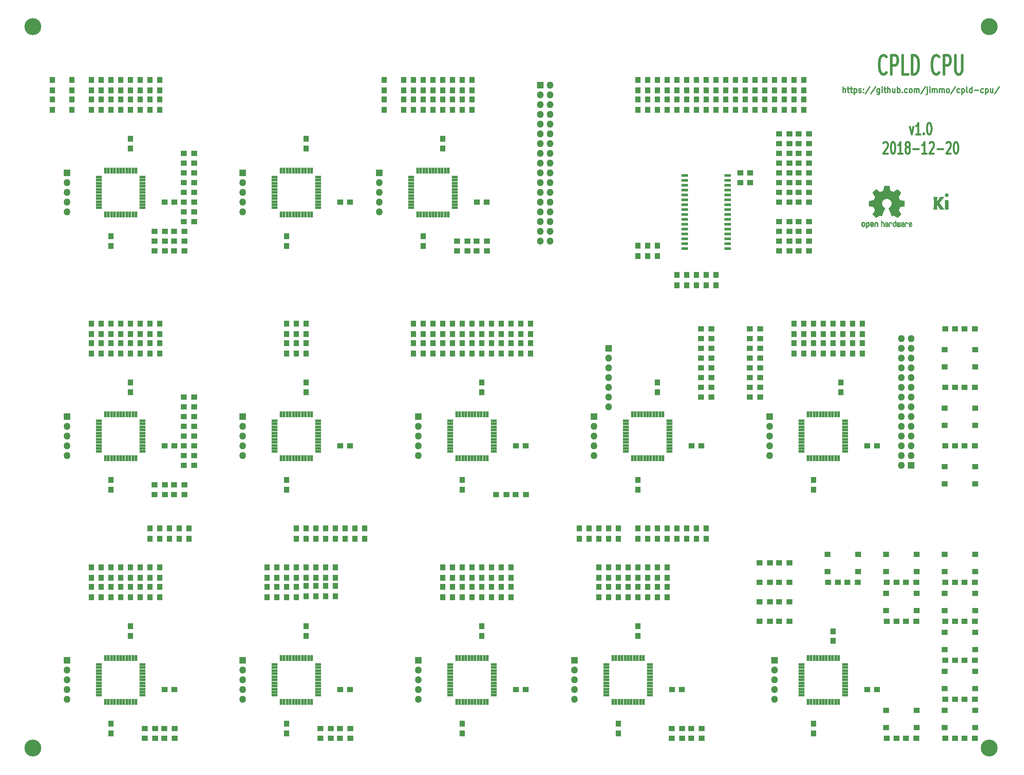
<source format=gts>
G04 #@! TF.GenerationSoftware,KiCad,Pcbnew,5.0.1*
G04 #@! TF.CreationDate,2018-12-21T00:26:38+11:00*
G04 #@! TF.ProjectId,cpld-cpu,63706C642D6370752E6B696361645F70,rev?*
G04 #@! TF.SameCoordinates,Original*
G04 #@! TF.FileFunction,Soldermask,Top*
G04 #@! TF.FilePolarity,Negative*
%FSLAX46Y46*%
G04 Gerber Fmt 4.6, Leading zero omitted, Abs format (unit mm)*
G04 Created by KiCad (PCBNEW 5.0.1) date Fri 21 Dec 2018 00:26:38 AEDT*
%MOMM*%
%LPD*%
G01*
G04 APERTURE LIST*
%ADD10C,0.300000*%
%ADD11C,0.500000*%
%ADD12C,0.700000*%
%ADD13C,0.010000*%
%ADD14C,4.400000*%
%ADD15R,1.600000X1.400000*%
%ADD16R,1.650000X1.400000*%
%ADD17R,1.600000X1.350000*%
%ADD18R,1.350000X1.600000*%
%ADD19R,0.650000X1.600000*%
%ADD20R,1.600000X0.650000*%
%ADD21O,1.800000X1.800000*%
%ADD22R,1.800000X1.800000*%
%ADD23R,1.700000X0.700000*%
%ADD24R,1.400000X1.600000*%
G04 APERTURE END LIST*
D10*
X226180000Y-32428571D02*
X226180000Y-30928571D01*
X226780000Y-32428571D02*
X226780000Y-31642857D01*
X226713333Y-31500000D01*
X226580000Y-31428571D01*
X226380000Y-31428571D01*
X226246666Y-31500000D01*
X226180000Y-31571428D01*
X227246666Y-31428571D02*
X227780000Y-31428571D01*
X227446666Y-30928571D02*
X227446666Y-32214285D01*
X227513333Y-32357142D01*
X227646666Y-32428571D01*
X227780000Y-32428571D01*
X228046666Y-31428571D02*
X228580000Y-31428571D01*
X228246666Y-30928571D02*
X228246666Y-32214285D01*
X228313333Y-32357142D01*
X228446666Y-32428571D01*
X228580000Y-32428571D01*
X229046666Y-31428571D02*
X229046666Y-32928571D01*
X229046666Y-31500000D02*
X229180000Y-31428571D01*
X229446666Y-31428571D01*
X229580000Y-31500000D01*
X229646666Y-31571428D01*
X229713333Y-31714285D01*
X229713333Y-32142857D01*
X229646666Y-32285714D01*
X229580000Y-32357142D01*
X229446666Y-32428571D01*
X229180000Y-32428571D01*
X229046666Y-32357142D01*
X230246666Y-32357142D02*
X230380000Y-32428571D01*
X230646666Y-32428571D01*
X230780000Y-32357142D01*
X230846666Y-32214285D01*
X230846666Y-32142857D01*
X230780000Y-32000000D01*
X230646666Y-31928571D01*
X230446666Y-31928571D01*
X230313333Y-31857142D01*
X230246666Y-31714285D01*
X230246666Y-31642857D01*
X230313333Y-31500000D01*
X230446666Y-31428571D01*
X230646666Y-31428571D01*
X230780000Y-31500000D01*
X231446666Y-32285714D02*
X231513333Y-32357142D01*
X231446666Y-32428571D01*
X231380000Y-32357142D01*
X231446666Y-32285714D01*
X231446666Y-32428571D01*
X231446666Y-31500000D02*
X231513333Y-31571428D01*
X231446666Y-31642857D01*
X231380000Y-31571428D01*
X231446666Y-31500000D01*
X231446666Y-31642857D01*
X233113333Y-30857142D02*
X231913333Y-32785714D01*
X234580000Y-30857142D02*
X233380000Y-32785714D01*
X235646666Y-31428571D02*
X235646666Y-32642857D01*
X235580000Y-32785714D01*
X235513333Y-32857142D01*
X235380000Y-32928571D01*
X235180000Y-32928571D01*
X235046666Y-32857142D01*
X235646666Y-32357142D02*
X235513333Y-32428571D01*
X235246666Y-32428571D01*
X235113333Y-32357142D01*
X235046666Y-32285714D01*
X234980000Y-32142857D01*
X234980000Y-31714285D01*
X235046666Y-31571428D01*
X235113333Y-31500000D01*
X235246666Y-31428571D01*
X235513333Y-31428571D01*
X235646666Y-31500000D01*
X236313333Y-32428571D02*
X236313333Y-31428571D01*
X236313333Y-30928571D02*
X236246666Y-31000000D01*
X236313333Y-31071428D01*
X236380000Y-31000000D01*
X236313333Y-30928571D01*
X236313333Y-31071428D01*
X236780000Y-31428571D02*
X237313333Y-31428571D01*
X236980000Y-30928571D02*
X236980000Y-32214285D01*
X237046666Y-32357142D01*
X237180000Y-32428571D01*
X237313333Y-32428571D01*
X237780000Y-32428571D02*
X237780000Y-30928571D01*
X238380000Y-32428571D02*
X238380000Y-31642857D01*
X238313333Y-31500000D01*
X238180000Y-31428571D01*
X237980000Y-31428571D01*
X237846666Y-31500000D01*
X237780000Y-31571428D01*
X239646666Y-31428571D02*
X239646666Y-32428571D01*
X239046666Y-31428571D02*
X239046666Y-32214285D01*
X239113333Y-32357142D01*
X239246666Y-32428571D01*
X239446666Y-32428571D01*
X239580000Y-32357142D01*
X239646666Y-32285714D01*
X240313333Y-32428571D02*
X240313333Y-30928571D01*
X240313333Y-31500000D02*
X240446666Y-31428571D01*
X240713333Y-31428571D01*
X240846666Y-31500000D01*
X240913333Y-31571428D01*
X240980000Y-31714285D01*
X240980000Y-32142857D01*
X240913333Y-32285714D01*
X240846666Y-32357142D01*
X240713333Y-32428571D01*
X240446666Y-32428571D01*
X240313333Y-32357142D01*
X241580000Y-32285714D02*
X241646666Y-32357142D01*
X241580000Y-32428571D01*
X241513333Y-32357142D01*
X241580000Y-32285714D01*
X241580000Y-32428571D01*
X242846666Y-32357142D02*
X242713333Y-32428571D01*
X242446666Y-32428571D01*
X242313333Y-32357142D01*
X242246666Y-32285714D01*
X242180000Y-32142857D01*
X242180000Y-31714285D01*
X242246666Y-31571428D01*
X242313333Y-31500000D01*
X242446666Y-31428571D01*
X242713333Y-31428571D01*
X242846666Y-31500000D01*
X243646666Y-32428571D02*
X243513333Y-32357142D01*
X243446666Y-32285714D01*
X243380000Y-32142857D01*
X243380000Y-31714285D01*
X243446666Y-31571428D01*
X243513333Y-31500000D01*
X243646666Y-31428571D01*
X243846666Y-31428571D01*
X243980000Y-31500000D01*
X244046666Y-31571428D01*
X244113333Y-31714285D01*
X244113333Y-32142857D01*
X244046666Y-32285714D01*
X243980000Y-32357142D01*
X243846666Y-32428571D01*
X243646666Y-32428571D01*
X244713333Y-32428571D02*
X244713333Y-31428571D01*
X244713333Y-31571428D02*
X244780000Y-31500000D01*
X244913333Y-31428571D01*
X245113333Y-31428571D01*
X245246666Y-31500000D01*
X245313333Y-31642857D01*
X245313333Y-32428571D01*
X245313333Y-31642857D02*
X245380000Y-31500000D01*
X245513333Y-31428571D01*
X245713333Y-31428571D01*
X245846666Y-31500000D01*
X245913333Y-31642857D01*
X245913333Y-32428571D01*
X247580000Y-30857142D02*
X246380000Y-32785714D01*
X248046666Y-31428571D02*
X248046666Y-32714285D01*
X247980000Y-32857142D01*
X247846666Y-32928571D01*
X247780000Y-32928571D01*
X248046666Y-30928571D02*
X247980000Y-31000000D01*
X248046666Y-31071428D01*
X248113333Y-31000000D01*
X248046666Y-30928571D01*
X248046666Y-31071428D01*
X248713333Y-32428571D02*
X248713333Y-31428571D01*
X248713333Y-30928571D02*
X248646666Y-31000000D01*
X248713333Y-31071428D01*
X248780000Y-31000000D01*
X248713333Y-30928571D01*
X248713333Y-31071428D01*
X249380000Y-32428571D02*
X249380000Y-31428571D01*
X249380000Y-31571428D02*
X249446666Y-31500000D01*
X249580000Y-31428571D01*
X249780000Y-31428571D01*
X249913333Y-31500000D01*
X249980000Y-31642857D01*
X249980000Y-32428571D01*
X249980000Y-31642857D02*
X250046666Y-31500000D01*
X250180000Y-31428571D01*
X250380000Y-31428571D01*
X250513333Y-31500000D01*
X250580000Y-31642857D01*
X250580000Y-32428571D01*
X251246666Y-32428571D02*
X251246666Y-31428571D01*
X251246666Y-31571428D02*
X251313333Y-31500000D01*
X251446666Y-31428571D01*
X251646666Y-31428571D01*
X251780000Y-31500000D01*
X251846666Y-31642857D01*
X251846666Y-32428571D01*
X251846666Y-31642857D02*
X251913333Y-31500000D01*
X252046666Y-31428571D01*
X252246666Y-31428571D01*
X252380000Y-31500000D01*
X252446666Y-31642857D01*
X252446666Y-32428571D01*
X253313333Y-32428571D02*
X253180000Y-32357142D01*
X253113333Y-32285714D01*
X253046666Y-32142857D01*
X253046666Y-31714285D01*
X253113333Y-31571428D01*
X253180000Y-31500000D01*
X253313333Y-31428571D01*
X253513333Y-31428571D01*
X253646666Y-31500000D01*
X253713333Y-31571428D01*
X253780000Y-31714285D01*
X253780000Y-32142857D01*
X253713333Y-32285714D01*
X253646666Y-32357142D01*
X253513333Y-32428571D01*
X253313333Y-32428571D01*
X255380000Y-30857142D02*
X254180000Y-32785714D01*
X256446666Y-32357142D02*
X256313333Y-32428571D01*
X256046666Y-32428571D01*
X255913333Y-32357142D01*
X255846666Y-32285714D01*
X255780000Y-32142857D01*
X255780000Y-31714285D01*
X255846666Y-31571428D01*
X255913333Y-31500000D01*
X256046666Y-31428571D01*
X256313333Y-31428571D01*
X256446666Y-31500000D01*
X257046666Y-31428571D02*
X257046666Y-32928571D01*
X257046666Y-31500000D02*
X257180000Y-31428571D01*
X257446666Y-31428571D01*
X257580000Y-31500000D01*
X257646666Y-31571428D01*
X257713333Y-31714285D01*
X257713333Y-32142857D01*
X257646666Y-32285714D01*
X257580000Y-32357142D01*
X257446666Y-32428571D01*
X257180000Y-32428571D01*
X257046666Y-32357142D01*
X258513333Y-32428571D02*
X258380000Y-32357142D01*
X258313333Y-32214285D01*
X258313333Y-30928571D01*
X259646666Y-32428571D02*
X259646666Y-30928571D01*
X259646666Y-32357142D02*
X259513333Y-32428571D01*
X259246666Y-32428571D01*
X259113333Y-32357142D01*
X259046666Y-32285714D01*
X258980000Y-32142857D01*
X258980000Y-31714285D01*
X259046666Y-31571428D01*
X259113333Y-31500000D01*
X259246666Y-31428571D01*
X259513333Y-31428571D01*
X259646666Y-31500000D01*
X260313333Y-31857142D02*
X261380000Y-31857142D01*
X262646666Y-32357142D02*
X262513333Y-32428571D01*
X262246666Y-32428571D01*
X262113333Y-32357142D01*
X262046666Y-32285714D01*
X261980000Y-32142857D01*
X261980000Y-31714285D01*
X262046666Y-31571428D01*
X262113333Y-31500000D01*
X262246666Y-31428571D01*
X262513333Y-31428571D01*
X262646666Y-31500000D01*
X263246666Y-31428571D02*
X263246666Y-32928571D01*
X263246666Y-31500000D02*
X263380000Y-31428571D01*
X263646666Y-31428571D01*
X263780000Y-31500000D01*
X263846666Y-31571428D01*
X263913333Y-31714285D01*
X263913333Y-32142857D01*
X263846666Y-32285714D01*
X263780000Y-32357142D01*
X263646666Y-32428571D01*
X263380000Y-32428571D01*
X263246666Y-32357142D01*
X265113333Y-31428571D02*
X265113333Y-32428571D01*
X264513333Y-31428571D02*
X264513333Y-32214285D01*
X264580000Y-32357142D01*
X264713333Y-32428571D01*
X264913333Y-32428571D01*
X265046666Y-32357142D01*
X265113333Y-32285714D01*
X266780000Y-30857142D02*
X265580000Y-32785714D01*
D11*
X243522857Y-41307142D02*
X243999047Y-43307142D01*
X244475238Y-41307142D01*
X246284761Y-43307142D02*
X245141904Y-43307142D01*
X245713333Y-43307142D02*
X245713333Y-40307142D01*
X245522857Y-40735714D01*
X245332380Y-41021428D01*
X245141904Y-41164285D01*
X247141904Y-43021428D02*
X247237142Y-43164285D01*
X247141904Y-43307142D01*
X247046666Y-43164285D01*
X247141904Y-43021428D01*
X247141904Y-43307142D01*
X248475238Y-40307142D02*
X248665714Y-40307142D01*
X248856190Y-40450000D01*
X248951428Y-40592857D01*
X249046666Y-40878571D01*
X249141904Y-41450000D01*
X249141904Y-42164285D01*
X249046666Y-42735714D01*
X248951428Y-43021428D01*
X248856190Y-43164285D01*
X248665714Y-43307142D01*
X248475238Y-43307142D01*
X248284761Y-43164285D01*
X248189523Y-43021428D01*
X248094285Y-42735714D01*
X247999047Y-42164285D01*
X247999047Y-41450000D01*
X248094285Y-40878571D01*
X248189523Y-40592857D01*
X248284761Y-40450000D01*
X248475238Y-40307142D01*
X236665714Y-45592857D02*
X236760952Y-45450000D01*
X236951428Y-45307142D01*
X237427619Y-45307142D01*
X237618095Y-45450000D01*
X237713333Y-45592857D01*
X237808571Y-45878571D01*
X237808571Y-46164285D01*
X237713333Y-46592857D01*
X236570476Y-48307142D01*
X237808571Y-48307142D01*
X239046666Y-45307142D02*
X239237142Y-45307142D01*
X239427619Y-45450000D01*
X239522857Y-45592857D01*
X239618095Y-45878571D01*
X239713333Y-46450000D01*
X239713333Y-47164285D01*
X239618095Y-47735714D01*
X239522857Y-48021428D01*
X239427619Y-48164285D01*
X239237142Y-48307142D01*
X239046666Y-48307142D01*
X238856190Y-48164285D01*
X238760952Y-48021428D01*
X238665714Y-47735714D01*
X238570476Y-47164285D01*
X238570476Y-46450000D01*
X238665714Y-45878571D01*
X238760952Y-45592857D01*
X238856190Y-45450000D01*
X239046666Y-45307142D01*
X241618095Y-48307142D02*
X240475238Y-48307142D01*
X241046666Y-48307142D02*
X241046666Y-45307142D01*
X240856190Y-45735714D01*
X240665714Y-46021428D01*
X240475238Y-46164285D01*
X242760952Y-46592857D02*
X242570476Y-46450000D01*
X242475238Y-46307142D01*
X242380000Y-46021428D01*
X242380000Y-45878571D01*
X242475238Y-45592857D01*
X242570476Y-45450000D01*
X242760952Y-45307142D01*
X243141904Y-45307142D01*
X243332380Y-45450000D01*
X243427619Y-45592857D01*
X243522857Y-45878571D01*
X243522857Y-46021428D01*
X243427619Y-46307142D01*
X243332380Y-46450000D01*
X243141904Y-46592857D01*
X242760952Y-46592857D01*
X242570476Y-46735714D01*
X242475238Y-46878571D01*
X242380000Y-47164285D01*
X242380000Y-47735714D01*
X242475238Y-48021428D01*
X242570476Y-48164285D01*
X242760952Y-48307142D01*
X243141904Y-48307142D01*
X243332380Y-48164285D01*
X243427619Y-48021428D01*
X243522857Y-47735714D01*
X243522857Y-47164285D01*
X243427619Y-46878571D01*
X243332380Y-46735714D01*
X243141904Y-46592857D01*
X244380000Y-47164285D02*
X245903809Y-47164285D01*
X247903809Y-48307142D02*
X246760952Y-48307142D01*
X247332380Y-48307142D02*
X247332380Y-45307142D01*
X247141904Y-45735714D01*
X246951428Y-46021428D01*
X246760952Y-46164285D01*
X248665714Y-45592857D02*
X248760952Y-45450000D01*
X248951428Y-45307142D01*
X249427619Y-45307142D01*
X249618095Y-45450000D01*
X249713333Y-45592857D01*
X249808571Y-45878571D01*
X249808571Y-46164285D01*
X249713333Y-46592857D01*
X248570476Y-48307142D01*
X249808571Y-48307142D01*
X250665714Y-47164285D02*
X252189523Y-47164285D01*
X253046666Y-45592857D02*
X253141904Y-45450000D01*
X253332380Y-45307142D01*
X253808571Y-45307142D01*
X253999047Y-45450000D01*
X254094285Y-45592857D01*
X254189523Y-45878571D01*
X254189523Y-46164285D01*
X254094285Y-46592857D01*
X252951428Y-48307142D01*
X254189523Y-48307142D01*
X255427619Y-45307142D02*
X255618095Y-45307142D01*
X255808571Y-45450000D01*
X255903809Y-45592857D01*
X255999047Y-45878571D01*
X256094285Y-46450000D01*
X256094285Y-47164285D01*
X255999047Y-47735714D01*
X255903809Y-48021428D01*
X255808571Y-48164285D01*
X255618095Y-48307142D01*
X255427619Y-48307142D01*
X255237142Y-48164285D01*
X255141904Y-48021428D01*
X255046666Y-47735714D01*
X254951428Y-47164285D01*
X254951428Y-46450000D01*
X255046666Y-45878571D01*
X255141904Y-45592857D01*
X255237142Y-45450000D01*
X255427619Y-45307142D01*
D12*
X237380000Y-27185714D02*
X237237142Y-27423809D01*
X236808571Y-27661904D01*
X236522857Y-27661904D01*
X236094285Y-27423809D01*
X235808571Y-26947619D01*
X235665714Y-26471428D01*
X235522857Y-25519047D01*
X235522857Y-24804761D01*
X235665714Y-23852380D01*
X235808571Y-23376190D01*
X236094285Y-22900000D01*
X236522857Y-22661904D01*
X236808571Y-22661904D01*
X237237142Y-22900000D01*
X237380000Y-23138095D01*
X238665714Y-27661904D02*
X238665714Y-22661904D01*
X239808571Y-22661904D01*
X240094285Y-22900000D01*
X240237142Y-23138095D01*
X240380000Y-23614285D01*
X240380000Y-24328571D01*
X240237142Y-24804761D01*
X240094285Y-25042857D01*
X239808571Y-25280952D01*
X238665714Y-25280952D01*
X243094285Y-27661904D02*
X241665714Y-27661904D01*
X241665714Y-22661904D01*
X244094285Y-27661904D02*
X244094285Y-22661904D01*
X244808571Y-22661904D01*
X245237142Y-22900000D01*
X245522857Y-23376190D01*
X245665714Y-23852380D01*
X245808571Y-24804761D01*
X245808571Y-25519047D01*
X245665714Y-26471428D01*
X245522857Y-26947619D01*
X245237142Y-27423809D01*
X244808571Y-27661904D01*
X244094285Y-27661904D01*
X251094285Y-27185714D02*
X250951428Y-27423809D01*
X250522857Y-27661904D01*
X250237142Y-27661904D01*
X249808571Y-27423809D01*
X249522857Y-26947619D01*
X249380000Y-26471428D01*
X249237142Y-25519047D01*
X249237142Y-24804761D01*
X249380000Y-23852380D01*
X249522857Y-23376190D01*
X249808571Y-22900000D01*
X250237142Y-22661904D01*
X250522857Y-22661904D01*
X250951428Y-22900000D01*
X251094285Y-23138095D01*
X252380000Y-27661904D02*
X252380000Y-22661904D01*
X253522857Y-22661904D01*
X253808571Y-22900000D01*
X253951428Y-23138095D01*
X254094285Y-23614285D01*
X254094285Y-24328571D01*
X253951428Y-24804761D01*
X253808571Y-25042857D01*
X253522857Y-25280952D01*
X252380000Y-25280952D01*
X255380000Y-22661904D02*
X255380000Y-26709523D01*
X255522857Y-27185714D01*
X255665714Y-27423809D01*
X255951428Y-27661904D01*
X256522857Y-27661904D01*
X256808571Y-27423809D01*
X256951428Y-27185714D01*
X257094285Y-26709523D01*
X257094285Y-22661904D01*
D13*
G04 #@! TO.C,S2*
G36*
X232661900Y-66091903D02*
X232773450Y-66147522D01*
X232871908Y-66249931D01*
X232899023Y-66287864D01*
X232928562Y-66337500D01*
X232947728Y-66391412D01*
X232958693Y-66463364D01*
X232963629Y-66567122D01*
X232964713Y-66704101D01*
X232959818Y-66891815D01*
X232942804Y-67032758D01*
X232910177Y-67137908D01*
X232858442Y-67218243D01*
X232784104Y-67284741D01*
X232778642Y-67288678D01*
X232705380Y-67328953D01*
X232617160Y-67348880D01*
X232504962Y-67353793D01*
X232322567Y-67353793D01*
X232322491Y-67530857D01*
X232320793Y-67629470D01*
X232310450Y-67687314D01*
X232283422Y-67722006D01*
X232231668Y-67751164D01*
X232219239Y-67757121D01*
X232161077Y-67785039D01*
X232116044Y-67802672D01*
X232082559Y-67804194D01*
X232059038Y-67783781D01*
X232043900Y-67735607D01*
X232035563Y-67653846D01*
X232032444Y-67532672D01*
X232032960Y-67366260D01*
X232035529Y-67148785D01*
X232036332Y-67083736D01*
X232039222Y-66859502D01*
X232041812Y-66712821D01*
X232322414Y-66712821D01*
X232323991Y-66837326D01*
X232331000Y-66918787D01*
X232346858Y-66972515D01*
X232374981Y-67013823D01*
X232394075Y-67033971D01*
X232472135Y-67092921D01*
X232541247Y-67097720D01*
X232612560Y-67049038D01*
X232614368Y-67047241D01*
X232643383Y-67009618D01*
X232661033Y-66958484D01*
X232669936Y-66879738D01*
X232672709Y-66759276D01*
X232672759Y-66732588D01*
X232666058Y-66566583D01*
X232644248Y-66451505D01*
X232604765Y-66381254D01*
X232545044Y-66349729D01*
X232510528Y-66346552D01*
X232428611Y-66361460D01*
X232372421Y-66410548D01*
X232338598Y-66500362D01*
X232323780Y-66637445D01*
X232322414Y-66712821D01*
X232041812Y-66712821D01*
X232042287Y-66685952D01*
X232046247Y-66555382D01*
X232051826Y-66460087D01*
X232059746Y-66392364D01*
X232070731Y-66344507D01*
X232085501Y-66308813D01*
X232104782Y-66277578D01*
X232113049Y-66265824D01*
X232222712Y-66154797D01*
X232361365Y-66091847D01*
X232521754Y-66074297D01*
X232661900Y-66091903D01*
X232661900Y-66091903D01*
G37*
X232661900Y-66091903D02*
X232773450Y-66147522D01*
X232871908Y-66249931D01*
X232899023Y-66287864D01*
X232928562Y-66337500D01*
X232947728Y-66391412D01*
X232958693Y-66463364D01*
X232963629Y-66567122D01*
X232964713Y-66704101D01*
X232959818Y-66891815D01*
X232942804Y-67032758D01*
X232910177Y-67137908D01*
X232858442Y-67218243D01*
X232784104Y-67284741D01*
X232778642Y-67288678D01*
X232705380Y-67328953D01*
X232617160Y-67348880D01*
X232504962Y-67353793D01*
X232322567Y-67353793D01*
X232322491Y-67530857D01*
X232320793Y-67629470D01*
X232310450Y-67687314D01*
X232283422Y-67722006D01*
X232231668Y-67751164D01*
X232219239Y-67757121D01*
X232161077Y-67785039D01*
X232116044Y-67802672D01*
X232082559Y-67804194D01*
X232059038Y-67783781D01*
X232043900Y-67735607D01*
X232035563Y-67653846D01*
X232032444Y-67532672D01*
X232032960Y-67366260D01*
X232035529Y-67148785D01*
X232036332Y-67083736D01*
X232039222Y-66859502D01*
X232041812Y-66712821D01*
X232322414Y-66712821D01*
X232323991Y-66837326D01*
X232331000Y-66918787D01*
X232346858Y-66972515D01*
X232374981Y-67013823D01*
X232394075Y-67033971D01*
X232472135Y-67092921D01*
X232541247Y-67097720D01*
X232612560Y-67049038D01*
X232614368Y-67047241D01*
X232643383Y-67009618D01*
X232661033Y-66958484D01*
X232669936Y-66879738D01*
X232672709Y-66759276D01*
X232672759Y-66732588D01*
X232666058Y-66566583D01*
X232644248Y-66451505D01*
X232604765Y-66381254D01*
X232545044Y-66349729D01*
X232510528Y-66346552D01*
X232428611Y-66361460D01*
X232372421Y-66410548D01*
X232338598Y-66500362D01*
X232323780Y-66637445D01*
X232322414Y-66712821D01*
X232041812Y-66712821D01*
X232042287Y-66685952D01*
X232046247Y-66555382D01*
X232051826Y-66460087D01*
X232059746Y-66392364D01*
X232070731Y-66344507D01*
X232085501Y-66308813D01*
X232104782Y-66277578D01*
X232113049Y-66265824D01*
X232222712Y-66154797D01*
X232361365Y-66091847D01*
X232521754Y-66074297D01*
X232661900Y-66091903D01*
G36*
X234907429Y-66107719D02*
X235001123Y-66161914D01*
X235066264Y-66215707D01*
X235113907Y-66272066D01*
X235146728Y-66340987D01*
X235167406Y-66432468D01*
X235178620Y-66556506D01*
X235183049Y-66723098D01*
X235183563Y-66842851D01*
X235183563Y-67283659D01*
X235059483Y-67339283D01*
X234935402Y-67394907D01*
X234920805Y-66912095D01*
X234914773Y-66731779D01*
X234908445Y-66600901D01*
X234900606Y-66510511D01*
X234890037Y-66451664D01*
X234875523Y-66415413D01*
X234855848Y-66392810D01*
X234849535Y-66387917D01*
X234753888Y-66349706D01*
X234657207Y-66364827D01*
X234599655Y-66404943D01*
X234576245Y-66433370D01*
X234560039Y-66470672D01*
X234549741Y-66527223D01*
X234544049Y-66613394D01*
X234541664Y-66739558D01*
X234541264Y-66871042D01*
X234541186Y-67035999D01*
X234538361Y-67152761D01*
X234528907Y-67231510D01*
X234508940Y-67282431D01*
X234474576Y-67315706D01*
X234421932Y-67341520D01*
X234351617Y-67368344D01*
X234274820Y-67397542D01*
X234283962Y-66879346D01*
X234287643Y-66692539D01*
X234291950Y-66554490D01*
X234298123Y-66455568D01*
X234307402Y-66386145D01*
X234321027Y-66336590D01*
X234340239Y-66297273D01*
X234363402Y-66262584D01*
X234475152Y-66151770D01*
X234611513Y-66087689D01*
X234759825Y-66072339D01*
X234907429Y-66107719D01*
X234907429Y-66107719D01*
G37*
X234907429Y-66107719D02*
X235001123Y-66161914D01*
X235066264Y-66215707D01*
X235113907Y-66272066D01*
X235146728Y-66340987D01*
X235167406Y-66432468D01*
X235178620Y-66556506D01*
X235183049Y-66723098D01*
X235183563Y-66842851D01*
X235183563Y-67283659D01*
X235059483Y-67339283D01*
X234935402Y-67394907D01*
X234920805Y-66912095D01*
X234914773Y-66731779D01*
X234908445Y-66600901D01*
X234900606Y-66510511D01*
X234890037Y-66451664D01*
X234875523Y-66415413D01*
X234855848Y-66392810D01*
X234849535Y-66387917D01*
X234753888Y-66349706D01*
X234657207Y-66364827D01*
X234599655Y-66404943D01*
X234576245Y-66433370D01*
X234560039Y-66470672D01*
X234549741Y-66527223D01*
X234544049Y-66613394D01*
X234541664Y-66739558D01*
X234541264Y-66871042D01*
X234541186Y-67035999D01*
X234538361Y-67152761D01*
X234528907Y-67231510D01*
X234508940Y-67282431D01*
X234474576Y-67315706D01*
X234421932Y-67341520D01*
X234351617Y-67368344D01*
X234274820Y-67397542D01*
X234283962Y-66879346D01*
X234287643Y-66692539D01*
X234291950Y-66554490D01*
X234298123Y-66455568D01*
X234307402Y-66386145D01*
X234321027Y-66336590D01*
X234340239Y-66297273D01*
X234363402Y-66262584D01*
X234475152Y-66151770D01*
X234611513Y-66087689D01*
X234759825Y-66072339D01*
X234907429Y-66107719D01*
G36*
X231538221Y-66096015D02*
X231675061Y-66167968D01*
X231776051Y-66283766D01*
X231811925Y-66358213D01*
X231839839Y-66469992D01*
X231854129Y-66611227D01*
X231855484Y-66765371D01*
X231844595Y-66915879D01*
X231822153Y-67046205D01*
X231788850Y-67139803D01*
X231778615Y-67155922D01*
X231657382Y-67276249D01*
X231513387Y-67348317D01*
X231357139Y-67369408D01*
X231199148Y-67336802D01*
X231155180Y-67317253D01*
X231069556Y-67257012D01*
X230994408Y-67177135D01*
X230987306Y-67167004D01*
X230958439Y-67118181D01*
X230939357Y-67065990D01*
X230928084Y-66997285D01*
X230922645Y-66898918D01*
X230921062Y-66757744D01*
X230921035Y-66726092D01*
X230921107Y-66716019D01*
X231212989Y-66716019D01*
X231214687Y-66849256D01*
X231221372Y-66937674D01*
X231235425Y-66994785D01*
X231259229Y-67034102D01*
X231271379Y-67047241D01*
X231341236Y-67097172D01*
X231409059Y-67094895D01*
X231477635Y-67051584D01*
X231518535Y-67005346D01*
X231542758Y-66937857D01*
X231556361Y-66831433D01*
X231557294Y-66819020D01*
X231559616Y-66626147D01*
X231535350Y-66482900D01*
X231484824Y-66390160D01*
X231408368Y-66348807D01*
X231381076Y-66346552D01*
X231309411Y-66357893D01*
X231260390Y-66397184D01*
X231230418Y-66472326D01*
X231215899Y-66591222D01*
X231212989Y-66716019D01*
X230921107Y-66716019D01*
X230922122Y-66575659D01*
X230926688Y-66470549D01*
X230936688Y-66397714D01*
X230954079Y-66344108D01*
X230980816Y-66296681D01*
X230986724Y-66287864D01*
X231086032Y-66169007D01*
X231194242Y-66100008D01*
X231325981Y-66072619D01*
X231370717Y-66071281D01*
X231538221Y-66096015D01*
X231538221Y-66096015D01*
G37*
X231538221Y-66096015D02*
X231675061Y-66167968D01*
X231776051Y-66283766D01*
X231811925Y-66358213D01*
X231839839Y-66469992D01*
X231854129Y-66611227D01*
X231855484Y-66765371D01*
X231844595Y-66915879D01*
X231822153Y-67046205D01*
X231788850Y-67139803D01*
X231778615Y-67155922D01*
X231657382Y-67276249D01*
X231513387Y-67348317D01*
X231357139Y-67369408D01*
X231199148Y-67336802D01*
X231155180Y-67317253D01*
X231069556Y-67257012D01*
X230994408Y-67177135D01*
X230987306Y-67167004D01*
X230958439Y-67118181D01*
X230939357Y-67065990D01*
X230928084Y-66997285D01*
X230922645Y-66898918D01*
X230921062Y-66757744D01*
X230921035Y-66726092D01*
X230921107Y-66716019D01*
X231212989Y-66716019D01*
X231214687Y-66849256D01*
X231221372Y-66937674D01*
X231235425Y-66994785D01*
X231259229Y-67034102D01*
X231271379Y-67047241D01*
X231341236Y-67097172D01*
X231409059Y-67094895D01*
X231477635Y-67051584D01*
X231518535Y-67005346D01*
X231542758Y-66937857D01*
X231556361Y-66831433D01*
X231557294Y-66819020D01*
X231559616Y-66626147D01*
X231535350Y-66482900D01*
X231484824Y-66390160D01*
X231408368Y-66348807D01*
X231381076Y-66346552D01*
X231309411Y-66357893D01*
X231260390Y-66397184D01*
X231230418Y-66472326D01*
X231215899Y-66591222D01*
X231212989Y-66716019D01*
X230921107Y-66716019D01*
X230922122Y-66575659D01*
X230926688Y-66470549D01*
X230936688Y-66397714D01*
X230954079Y-66344108D01*
X230980816Y-66296681D01*
X230986724Y-66287864D01*
X231086032Y-66169007D01*
X231194242Y-66100008D01*
X231325981Y-66072619D01*
X231370717Y-66071281D01*
X231538221Y-66096015D01*
G36*
X233805552Y-66114676D02*
X233920658Y-66192111D01*
X234009611Y-66303949D01*
X234062749Y-66446265D01*
X234073497Y-66551015D01*
X234072276Y-66594726D01*
X234062056Y-66628194D01*
X234033961Y-66658179D01*
X233979116Y-66691440D01*
X233888645Y-66734738D01*
X233753672Y-66794833D01*
X233752989Y-66795134D01*
X233628751Y-66852037D01*
X233526873Y-66902565D01*
X233457767Y-66941280D01*
X233431846Y-66962740D01*
X233431839Y-66962913D01*
X233454685Y-67009644D01*
X233508109Y-67061154D01*
X233569442Y-67098261D01*
X233600515Y-67105632D01*
X233685289Y-67080138D01*
X233758293Y-67016291D01*
X233793913Y-66946094D01*
X233828180Y-66894343D01*
X233895303Y-66835409D01*
X233974208Y-66784496D01*
X234043821Y-66756809D01*
X234058377Y-66755287D01*
X234074763Y-66780321D01*
X234075750Y-66844311D01*
X234063708Y-66930593D01*
X234041007Y-67022501D01*
X234010014Y-67103369D01*
X234008448Y-67106509D01*
X233915181Y-67236734D01*
X233794304Y-67325311D01*
X233657027Y-67368786D01*
X233514560Y-67363706D01*
X233378112Y-67306616D01*
X233372045Y-67302602D01*
X233264710Y-67205326D01*
X233194132Y-67078409D01*
X233155074Y-66911526D01*
X233149832Y-66864639D01*
X233140548Y-66643329D01*
X233151678Y-66540124D01*
X233431839Y-66540124D01*
X233435479Y-66604503D01*
X233455389Y-66623291D01*
X233505026Y-66609235D01*
X233583267Y-66576009D01*
X233670726Y-66534359D01*
X233672899Y-66533256D01*
X233747030Y-66494265D01*
X233776781Y-66468244D01*
X233769445Y-66440965D01*
X233738553Y-66405121D01*
X233659960Y-66353251D01*
X233575323Y-66349439D01*
X233499403Y-66387189D01*
X233446965Y-66460001D01*
X233431839Y-66540124D01*
X233151678Y-66540124D01*
X233159644Y-66466261D01*
X233208634Y-66325829D01*
X233276836Y-66227447D01*
X233399935Y-66128030D01*
X233535528Y-66078711D01*
X233673955Y-66075568D01*
X233805552Y-66114676D01*
X233805552Y-66114676D01*
G37*
X233805552Y-66114676D02*
X233920658Y-66192111D01*
X234009611Y-66303949D01*
X234062749Y-66446265D01*
X234073497Y-66551015D01*
X234072276Y-66594726D01*
X234062056Y-66628194D01*
X234033961Y-66658179D01*
X233979116Y-66691440D01*
X233888645Y-66734738D01*
X233753672Y-66794833D01*
X233752989Y-66795134D01*
X233628751Y-66852037D01*
X233526873Y-66902565D01*
X233457767Y-66941280D01*
X233431846Y-66962740D01*
X233431839Y-66962913D01*
X233454685Y-67009644D01*
X233508109Y-67061154D01*
X233569442Y-67098261D01*
X233600515Y-67105632D01*
X233685289Y-67080138D01*
X233758293Y-67016291D01*
X233793913Y-66946094D01*
X233828180Y-66894343D01*
X233895303Y-66835409D01*
X233974208Y-66784496D01*
X234043821Y-66756809D01*
X234058377Y-66755287D01*
X234074763Y-66780321D01*
X234075750Y-66844311D01*
X234063708Y-66930593D01*
X234041007Y-67022501D01*
X234010014Y-67103369D01*
X234008448Y-67106509D01*
X233915181Y-67236734D01*
X233794304Y-67325311D01*
X233657027Y-67368786D01*
X233514560Y-67363706D01*
X233378112Y-67306616D01*
X233372045Y-67302602D01*
X233264710Y-67205326D01*
X233194132Y-67078409D01*
X233155074Y-66911526D01*
X233149832Y-66864639D01*
X233140548Y-66643329D01*
X233151678Y-66540124D01*
X233431839Y-66540124D01*
X233435479Y-66604503D01*
X233455389Y-66623291D01*
X233505026Y-66609235D01*
X233583267Y-66576009D01*
X233670726Y-66534359D01*
X233672899Y-66533256D01*
X233747030Y-66494265D01*
X233776781Y-66468244D01*
X233769445Y-66440965D01*
X233738553Y-66405121D01*
X233659960Y-66353251D01*
X233575323Y-66349439D01*
X233499403Y-66387189D01*
X233446965Y-66460001D01*
X233431839Y-66540124D01*
X233151678Y-66540124D01*
X233159644Y-66466261D01*
X233208634Y-66325829D01*
X233276836Y-66227447D01*
X233399935Y-66128030D01*
X233535528Y-66078711D01*
X233673955Y-66075568D01*
X233805552Y-66114676D01*
G36*
X236234598Y-65953857D02*
X236243154Y-66073188D01*
X236252981Y-66143506D01*
X236266599Y-66174179D01*
X236286527Y-66174571D01*
X236292989Y-66170910D01*
X236378940Y-66144398D01*
X236490745Y-66145946D01*
X236604414Y-66173199D01*
X236675510Y-66208455D01*
X236748405Y-66264778D01*
X236801693Y-66328519D01*
X236838275Y-66409510D01*
X236861050Y-66517586D01*
X236872919Y-66662580D01*
X236876782Y-66854326D01*
X236876851Y-66891109D01*
X236876897Y-67304288D01*
X236784954Y-67336339D01*
X236719652Y-67358144D01*
X236683824Y-67368297D01*
X236682770Y-67368391D01*
X236679242Y-67340860D01*
X236676239Y-67264923D01*
X236673990Y-67150565D01*
X236672724Y-67007769D01*
X236672529Y-66920951D01*
X236672123Y-66749773D01*
X236670032Y-66627088D01*
X236664947Y-66543000D01*
X236655560Y-66487614D01*
X236640561Y-66451032D01*
X236618642Y-66423359D01*
X236604957Y-66410032D01*
X236510949Y-66356328D01*
X236408364Y-66352307D01*
X236315290Y-66397725D01*
X236298078Y-66414123D01*
X236272832Y-66444957D01*
X236255320Y-66481531D01*
X236244142Y-66534415D01*
X236237896Y-66614177D01*
X236235182Y-66731385D01*
X236234598Y-66892991D01*
X236234598Y-67304288D01*
X236142655Y-67336339D01*
X236077353Y-67358144D01*
X236041525Y-67368297D01*
X236040471Y-67368391D01*
X236037775Y-67340448D01*
X236035345Y-67261630D01*
X236033278Y-67139453D01*
X236031671Y-66981432D01*
X236030623Y-66795083D01*
X236030231Y-66587920D01*
X236030230Y-66578706D01*
X236030230Y-65789020D01*
X236125115Y-65748997D01*
X236220000Y-65708973D01*
X236234598Y-65953857D01*
X236234598Y-65953857D01*
G37*
X236234598Y-65953857D02*
X236243154Y-66073188D01*
X236252981Y-66143506D01*
X236266599Y-66174179D01*
X236286527Y-66174571D01*
X236292989Y-66170910D01*
X236378940Y-66144398D01*
X236490745Y-66145946D01*
X236604414Y-66173199D01*
X236675510Y-66208455D01*
X236748405Y-66264778D01*
X236801693Y-66328519D01*
X236838275Y-66409510D01*
X236861050Y-66517586D01*
X236872919Y-66662580D01*
X236876782Y-66854326D01*
X236876851Y-66891109D01*
X236876897Y-67304288D01*
X236784954Y-67336339D01*
X236719652Y-67358144D01*
X236683824Y-67368297D01*
X236682770Y-67368391D01*
X236679242Y-67340860D01*
X236676239Y-67264923D01*
X236673990Y-67150565D01*
X236672724Y-67007769D01*
X236672529Y-66920951D01*
X236672123Y-66749773D01*
X236670032Y-66627088D01*
X236664947Y-66543000D01*
X236655560Y-66487614D01*
X236640561Y-66451032D01*
X236618642Y-66423359D01*
X236604957Y-66410032D01*
X236510949Y-66356328D01*
X236408364Y-66352307D01*
X236315290Y-66397725D01*
X236298078Y-66414123D01*
X236272832Y-66444957D01*
X236255320Y-66481531D01*
X236244142Y-66534415D01*
X236237896Y-66614177D01*
X236235182Y-66731385D01*
X236234598Y-66892991D01*
X236234598Y-67304288D01*
X236142655Y-67336339D01*
X236077353Y-67358144D01*
X236041525Y-67368297D01*
X236040471Y-67368391D01*
X236037775Y-67340448D01*
X236035345Y-67261630D01*
X236033278Y-67139453D01*
X236031671Y-66981432D01*
X236030623Y-66795083D01*
X236030231Y-66587920D01*
X236030230Y-66578706D01*
X236030230Y-65789020D01*
X236125115Y-65748997D01*
X236220000Y-65708973D01*
X236234598Y-65953857D01*
G36*
X237569944Y-66154360D02*
X237684343Y-66196842D01*
X237685652Y-66197658D01*
X237756403Y-66249730D01*
X237808636Y-66310584D01*
X237845371Y-66389887D01*
X237869634Y-66497309D01*
X237884445Y-66642517D01*
X237892829Y-66835179D01*
X237893564Y-66862628D01*
X237904120Y-67276521D01*
X237815291Y-67322456D01*
X237751018Y-67353498D01*
X237712210Y-67368206D01*
X237710415Y-67368391D01*
X237703700Y-67341250D01*
X237698365Y-67268041D01*
X237695083Y-67161081D01*
X237694368Y-67074469D01*
X237694351Y-66934162D01*
X237687937Y-66846051D01*
X237665580Y-66804025D01*
X237617732Y-66801975D01*
X237534849Y-66833790D01*
X237409713Y-66892272D01*
X237317697Y-66940845D01*
X237270371Y-66982986D01*
X237256458Y-67028916D01*
X237256437Y-67031189D01*
X237279395Y-67110311D01*
X237347370Y-67153055D01*
X237451398Y-67159246D01*
X237526330Y-67158172D01*
X237565839Y-67179753D01*
X237590478Y-67231591D01*
X237604659Y-67297632D01*
X237584223Y-67335104D01*
X237576528Y-67340467D01*
X237504083Y-67362006D01*
X237402633Y-67365055D01*
X237298157Y-67350778D01*
X237224125Y-67324688D01*
X237121772Y-67237785D01*
X237063591Y-67116816D01*
X237052069Y-67022308D01*
X237060862Y-66937062D01*
X237092680Y-66867476D01*
X237155684Y-66805672D01*
X237258031Y-66743772D01*
X237407882Y-66673897D01*
X237417012Y-66669948D01*
X237551997Y-66607588D01*
X237635294Y-66556446D01*
X237670997Y-66510488D01*
X237663203Y-66463683D01*
X237616007Y-66409998D01*
X237601894Y-66397644D01*
X237507359Y-66349741D01*
X237409406Y-66351758D01*
X237324097Y-66398724D01*
X237267496Y-66485669D01*
X237262237Y-66502734D01*
X237211023Y-66585504D01*
X237146037Y-66625372D01*
X237052069Y-66664882D01*
X237052069Y-66562658D01*
X237080653Y-66414072D01*
X237165495Y-66277784D01*
X237209645Y-66232191D01*
X237310005Y-66173674D01*
X237437635Y-66147184D01*
X237569944Y-66154360D01*
X237569944Y-66154360D01*
G37*
X237569944Y-66154360D02*
X237684343Y-66196842D01*
X237685652Y-66197658D01*
X237756403Y-66249730D01*
X237808636Y-66310584D01*
X237845371Y-66389887D01*
X237869634Y-66497309D01*
X237884445Y-66642517D01*
X237892829Y-66835179D01*
X237893564Y-66862628D01*
X237904120Y-67276521D01*
X237815291Y-67322456D01*
X237751018Y-67353498D01*
X237712210Y-67368206D01*
X237710415Y-67368391D01*
X237703700Y-67341250D01*
X237698365Y-67268041D01*
X237695083Y-67161081D01*
X237694368Y-67074469D01*
X237694351Y-66934162D01*
X237687937Y-66846051D01*
X237665580Y-66804025D01*
X237617732Y-66801975D01*
X237534849Y-66833790D01*
X237409713Y-66892272D01*
X237317697Y-66940845D01*
X237270371Y-66982986D01*
X237256458Y-67028916D01*
X237256437Y-67031189D01*
X237279395Y-67110311D01*
X237347370Y-67153055D01*
X237451398Y-67159246D01*
X237526330Y-67158172D01*
X237565839Y-67179753D01*
X237590478Y-67231591D01*
X237604659Y-67297632D01*
X237584223Y-67335104D01*
X237576528Y-67340467D01*
X237504083Y-67362006D01*
X237402633Y-67365055D01*
X237298157Y-67350778D01*
X237224125Y-67324688D01*
X237121772Y-67237785D01*
X237063591Y-67116816D01*
X237052069Y-67022308D01*
X237060862Y-66937062D01*
X237092680Y-66867476D01*
X237155684Y-66805672D01*
X237258031Y-66743772D01*
X237407882Y-66673897D01*
X237417012Y-66669948D01*
X237551997Y-66607588D01*
X237635294Y-66556446D01*
X237670997Y-66510488D01*
X237663203Y-66463683D01*
X237616007Y-66409998D01*
X237601894Y-66397644D01*
X237507359Y-66349741D01*
X237409406Y-66351758D01*
X237324097Y-66398724D01*
X237267496Y-66485669D01*
X237262237Y-66502734D01*
X237211023Y-66585504D01*
X237146037Y-66625372D01*
X237052069Y-66664882D01*
X237052069Y-66562658D01*
X237080653Y-66414072D01*
X237165495Y-66277784D01*
X237209645Y-66232191D01*
X237310005Y-66173674D01*
X237437635Y-66147184D01*
X237569944Y-66154360D01*
G36*
X238555943Y-66151920D02*
X238688565Y-66200859D01*
X238796010Y-66287419D01*
X238838032Y-66348352D01*
X238883843Y-66460161D01*
X238882891Y-66541006D01*
X238834808Y-66595378D01*
X238817017Y-66604624D01*
X238740204Y-66633450D01*
X238700976Y-66626065D01*
X238687689Y-66577658D01*
X238687012Y-66550920D01*
X238662686Y-66452548D01*
X238599281Y-66383734D01*
X238511154Y-66350498D01*
X238412663Y-66358861D01*
X238332602Y-66402296D01*
X238305561Y-66427072D01*
X238286394Y-66457129D01*
X238273446Y-66502565D01*
X238265064Y-66573476D01*
X238259593Y-66679960D01*
X238255378Y-66832112D01*
X238254287Y-66880287D01*
X238250307Y-67045095D01*
X238245781Y-67161088D01*
X238238995Y-67237833D01*
X238228231Y-67284893D01*
X238211773Y-67311835D01*
X238187906Y-67328223D01*
X238172626Y-67335463D01*
X238107733Y-67360220D01*
X238069534Y-67368391D01*
X238056912Y-67341103D01*
X238049208Y-67258603D01*
X238046380Y-67119941D01*
X238048386Y-66924162D01*
X238049011Y-66893965D01*
X238053421Y-66715349D01*
X238058635Y-66584923D01*
X238066055Y-66492492D01*
X238077082Y-66427858D01*
X238093117Y-66380825D01*
X238115561Y-66341196D01*
X238127302Y-66324215D01*
X238194619Y-66249080D01*
X238269910Y-66190638D01*
X238279128Y-66185536D01*
X238414133Y-66145260D01*
X238555943Y-66151920D01*
X238555943Y-66151920D01*
G37*
X238555943Y-66151920D02*
X238688565Y-66200859D01*
X238796010Y-66287419D01*
X238838032Y-66348352D01*
X238883843Y-66460161D01*
X238882891Y-66541006D01*
X238834808Y-66595378D01*
X238817017Y-66604624D01*
X238740204Y-66633450D01*
X238700976Y-66626065D01*
X238687689Y-66577658D01*
X238687012Y-66550920D01*
X238662686Y-66452548D01*
X238599281Y-66383734D01*
X238511154Y-66350498D01*
X238412663Y-66358861D01*
X238332602Y-66402296D01*
X238305561Y-66427072D01*
X238286394Y-66457129D01*
X238273446Y-66502565D01*
X238265064Y-66573476D01*
X238259593Y-66679960D01*
X238255378Y-66832112D01*
X238254287Y-66880287D01*
X238250307Y-67045095D01*
X238245781Y-67161088D01*
X238238995Y-67237833D01*
X238228231Y-67284893D01*
X238211773Y-67311835D01*
X238187906Y-67328223D01*
X238172626Y-67335463D01*
X238107733Y-67360220D01*
X238069534Y-67368391D01*
X238056912Y-67341103D01*
X238049208Y-67258603D01*
X238046380Y-67119941D01*
X238048386Y-66924162D01*
X238049011Y-66893965D01*
X238053421Y-66715349D01*
X238058635Y-66584923D01*
X238066055Y-66492492D01*
X238077082Y-66427858D01*
X238093117Y-66380825D01*
X238115561Y-66341196D01*
X238127302Y-66324215D01*
X238194619Y-66249080D01*
X238269910Y-66190638D01*
X238279128Y-66185536D01*
X238414133Y-66145260D01*
X238555943Y-66151920D01*
G36*
X239883914Y-66384455D02*
X239883543Y-66602661D01*
X239882108Y-66770519D01*
X239879002Y-66896070D01*
X239873622Y-66987355D01*
X239865362Y-67052415D01*
X239853616Y-67099291D01*
X239837781Y-67136024D01*
X239825790Y-67156991D01*
X239726490Y-67270694D01*
X239600588Y-67341965D01*
X239461291Y-67367538D01*
X239321805Y-67344150D01*
X239238743Y-67302119D01*
X239151545Y-67229411D01*
X239092117Y-67140612D01*
X239056261Y-67024320D01*
X239039781Y-66869135D01*
X239037447Y-66755287D01*
X239037761Y-66747106D01*
X239241724Y-66747106D01*
X239242970Y-66877657D01*
X239248678Y-66964080D01*
X239261804Y-67020618D01*
X239285306Y-67061514D01*
X239313386Y-67092362D01*
X239407688Y-67151905D01*
X239508940Y-67156992D01*
X239604636Y-67107279D01*
X239612084Y-67100543D01*
X239643874Y-67065502D01*
X239663808Y-67023811D01*
X239674600Y-66961762D01*
X239678965Y-66865644D01*
X239679655Y-66759379D01*
X239678159Y-66625880D01*
X239671964Y-66536822D01*
X239658514Y-66478293D01*
X239635251Y-66436382D01*
X239616175Y-66414123D01*
X239527563Y-66357985D01*
X239425508Y-66351235D01*
X239328095Y-66394114D01*
X239309296Y-66410032D01*
X239277293Y-66445382D01*
X239257318Y-66487502D01*
X239246593Y-66550251D01*
X239242339Y-66647487D01*
X239241724Y-66747106D01*
X239037761Y-66747106D01*
X239044504Y-66571947D01*
X239068472Y-66434195D01*
X239113548Y-66330632D01*
X239183928Y-66249856D01*
X239238743Y-66208455D01*
X239338376Y-66163728D01*
X239453855Y-66142967D01*
X239561199Y-66148525D01*
X239621264Y-66170943D01*
X239644835Y-66177323D01*
X239660477Y-66153535D01*
X239671395Y-66089788D01*
X239679655Y-65992687D01*
X239688699Y-65884541D01*
X239701261Y-65819475D01*
X239724119Y-65782268D01*
X239764051Y-65757699D01*
X239789138Y-65746819D01*
X239884023Y-65707072D01*
X239883914Y-66384455D01*
X239883914Y-66384455D01*
G37*
X239883914Y-66384455D02*
X239883543Y-66602661D01*
X239882108Y-66770519D01*
X239879002Y-66896070D01*
X239873622Y-66987355D01*
X239865362Y-67052415D01*
X239853616Y-67099291D01*
X239837781Y-67136024D01*
X239825790Y-67156991D01*
X239726490Y-67270694D01*
X239600588Y-67341965D01*
X239461291Y-67367538D01*
X239321805Y-67344150D01*
X239238743Y-67302119D01*
X239151545Y-67229411D01*
X239092117Y-67140612D01*
X239056261Y-67024320D01*
X239039781Y-66869135D01*
X239037447Y-66755287D01*
X239037761Y-66747106D01*
X239241724Y-66747106D01*
X239242970Y-66877657D01*
X239248678Y-66964080D01*
X239261804Y-67020618D01*
X239285306Y-67061514D01*
X239313386Y-67092362D01*
X239407688Y-67151905D01*
X239508940Y-67156992D01*
X239604636Y-67107279D01*
X239612084Y-67100543D01*
X239643874Y-67065502D01*
X239663808Y-67023811D01*
X239674600Y-66961762D01*
X239678965Y-66865644D01*
X239679655Y-66759379D01*
X239678159Y-66625880D01*
X239671964Y-66536822D01*
X239658514Y-66478293D01*
X239635251Y-66436382D01*
X239616175Y-66414123D01*
X239527563Y-66357985D01*
X239425508Y-66351235D01*
X239328095Y-66394114D01*
X239309296Y-66410032D01*
X239277293Y-66445382D01*
X239257318Y-66487502D01*
X239246593Y-66550251D01*
X239242339Y-66647487D01*
X239241724Y-66747106D01*
X239037761Y-66747106D01*
X239044504Y-66571947D01*
X239068472Y-66434195D01*
X239113548Y-66330632D01*
X239183928Y-66249856D01*
X239238743Y-66208455D01*
X239338376Y-66163728D01*
X239453855Y-66142967D01*
X239561199Y-66148525D01*
X239621264Y-66170943D01*
X239644835Y-66177323D01*
X239660477Y-66153535D01*
X239671395Y-66089788D01*
X239679655Y-65992687D01*
X239688699Y-65884541D01*
X239701261Y-65819475D01*
X239724119Y-65782268D01*
X239764051Y-65757699D01*
X239789138Y-65746819D01*
X239884023Y-65707072D01*
X239883914Y-66384455D01*
G36*
X241070124Y-66169840D02*
X241074579Y-66246653D01*
X241078071Y-66363391D01*
X241080315Y-66510821D01*
X241081035Y-66665455D01*
X241081035Y-67188727D01*
X240988645Y-67281117D01*
X240924978Y-67338047D01*
X240869089Y-67361107D01*
X240792702Y-67359647D01*
X240762380Y-67355934D01*
X240667610Y-67345126D01*
X240589222Y-67338933D01*
X240570115Y-67338361D01*
X240505699Y-67342102D01*
X240413571Y-67351494D01*
X240377850Y-67355934D01*
X240290114Y-67362801D01*
X240231153Y-67347885D01*
X240172690Y-67301835D01*
X240151585Y-67281117D01*
X240059195Y-67188727D01*
X240059195Y-66209947D01*
X240133558Y-66176066D01*
X240197590Y-66150970D01*
X240235052Y-66142184D01*
X240244657Y-66169950D01*
X240253635Y-66247530D01*
X240261386Y-66366348D01*
X240267314Y-66517828D01*
X240270173Y-66645805D01*
X240278161Y-67149425D01*
X240347848Y-67159278D01*
X240411229Y-67152389D01*
X240442286Y-67130083D01*
X240450967Y-67088379D01*
X240458378Y-66999544D01*
X240463931Y-66874834D01*
X240467036Y-66725507D01*
X240467484Y-66648661D01*
X240467931Y-66206287D01*
X240559874Y-66174235D01*
X240624949Y-66152443D01*
X240660347Y-66142281D01*
X240661368Y-66142184D01*
X240664920Y-66169809D01*
X240668823Y-66246411D01*
X240672751Y-66362579D01*
X240676376Y-66508904D01*
X240678908Y-66645805D01*
X240686897Y-67149425D01*
X240862069Y-67149425D01*
X240870107Y-66689965D01*
X240878146Y-66230505D01*
X240963543Y-66186344D01*
X241026593Y-66156019D01*
X241063910Y-66142258D01*
X241064987Y-66142184D01*
X241070124Y-66169840D01*
X241070124Y-66169840D01*
G37*
X241070124Y-66169840D02*
X241074579Y-66246653D01*
X241078071Y-66363391D01*
X241080315Y-66510821D01*
X241081035Y-66665455D01*
X241081035Y-67188727D01*
X240988645Y-67281117D01*
X240924978Y-67338047D01*
X240869089Y-67361107D01*
X240792702Y-67359647D01*
X240762380Y-67355934D01*
X240667610Y-67345126D01*
X240589222Y-67338933D01*
X240570115Y-67338361D01*
X240505699Y-67342102D01*
X240413571Y-67351494D01*
X240377850Y-67355934D01*
X240290114Y-67362801D01*
X240231153Y-67347885D01*
X240172690Y-67301835D01*
X240151585Y-67281117D01*
X240059195Y-67188727D01*
X240059195Y-66209947D01*
X240133558Y-66176066D01*
X240197590Y-66150970D01*
X240235052Y-66142184D01*
X240244657Y-66169950D01*
X240253635Y-66247530D01*
X240261386Y-66366348D01*
X240267314Y-66517828D01*
X240270173Y-66645805D01*
X240278161Y-67149425D01*
X240347848Y-67159278D01*
X240411229Y-67152389D01*
X240442286Y-67130083D01*
X240450967Y-67088379D01*
X240458378Y-66999544D01*
X240463931Y-66874834D01*
X240467036Y-66725507D01*
X240467484Y-66648661D01*
X240467931Y-66206287D01*
X240559874Y-66174235D01*
X240624949Y-66152443D01*
X240660347Y-66142281D01*
X240661368Y-66142184D01*
X240664920Y-66169809D01*
X240668823Y-66246411D01*
X240672751Y-66362579D01*
X240676376Y-66508904D01*
X240678908Y-66645805D01*
X240686897Y-67149425D01*
X240862069Y-67149425D01*
X240870107Y-66689965D01*
X240878146Y-66230505D01*
X240963543Y-66186344D01*
X241026593Y-66156019D01*
X241063910Y-66142258D01*
X241064987Y-66142184D01*
X241070124Y-66169840D01*
G36*
X241804406Y-66165156D02*
X241888469Y-66203393D01*
X241954450Y-66249726D01*
X242002794Y-66301532D01*
X242036172Y-66368363D01*
X242057253Y-66459769D01*
X242068707Y-66585301D01*
X242073203Y-66754508D01*
X242073678Y-66865933D01*
X242073678Y-67300627D01*
X241999316Y-67334509D01*
X241940746Y-67359272D01*
X241911730Y-67368391D01*
X241906179Y-67341257D01*
X241901775Y-67268094D01*
X241899078Y-67161263D01*
X241898506Y-67076437D01*
X241896046Y-66953887D01*
X241889412Y-66856668D01*
X241879726Y-66797134D01*
X241872032Y-66784483D01*
X241820311Y-66797402D01*
X241739117Y-66830539D01*
X241645102Y-66875461D01*
X241554917Y-66923735D01*
X241485215Y-66966928D01*
X241452648Y-66996608D01*
X241452519Y-66996929D01*
X241455320Y-67051857D01*
X241480439Y-67104292D01*
X241524541Y-67146881D01*
X241588909Y-67161126D01*
X241643921Y-67159466D01*
X241721835Y-67158245D01*
X241762732Y-67176498D01*
X241787295Y-67224726D01*
X241790392Y-67233820D01*
X241801040Y-67302598D01*
X241772565Y-67344360D01*
X241698344Y-67364263D01*
X241618168Y-67367944D01*
X241473890Y-67340658D01*
X241399203Y-67301690D01*
X241306963Y-67210148D01*
X241258043Y-67097782D01*
X241253654Y-66979051D01*
X241295001Y-66868411D01*
X241357197Y-66799080D01*
X241419294Y-66760265D01*
X241516895Y-66711125D01*
X241630632Y-66661292D01*
X241649590Y-66653677D01*
X241774521Y-66598545D01*
X241846539Y-66549954D01*
X241869700Y-66501647D01*
X241848064Y-66447370D01*
X241810920Y-66404943D01*
X241723127Y-66352702D01*
X241626530Y-66348784D01*
X241537944Y-66389041D01*
X241474186Y-66469326D01*
X241465817Y-66490040D01*
X241417096Y-66566225D01*
X241345965Y-66622785D01*
X241256207Y-66669201D01*
X241256207Y-66537584D01*
X241261490Y-66457168D01*
X241284142Y-66393786D01*
X241334367Y-66326163D01*
X241382582Y-66274076D01*
X241457554Y-66200322D01*
X241515806Y-66160702D01*
X241578372Y-66144810D01*
X241649193Y-66142184D01*
X241804406Y-66165156D01*
X241804406Y-66165156D01*
G37*
X241804406Y-66165156D02*
X241888469Y-66203393D01*
X241954450Y-66249726D01*
X242002794Y-66301532D01*
X242036172Y-66368363D01*
X242057253Y-66459769D01*
X242068707Y-66585301D01*
X242073203Y-66754508D01*
X242073678Y-66865933D01*
X242073678Y-67300627D01*
X241999316Y-67334509D01*
X241940746Y-67359272D01*
X241911730Y-67368391D01*
X241906179Y-67341257D01*
X241901775Y-67268094D01*
X241899078Y-67161263D01*
X241898506Y-67076437D01*
X241896046Y-66953887D01*
X241889412Y-66856668D01*
X241879726Y-66797134D01*
X241872032Y-66784483D01*
X241820311Y-66797402D01*
X241739117Y-66830539D01*
X241645102Y-66875461D01*
X241554917Y-66923735D01*
X241485215Y-66966928D01*
X241452648Y-66996608D01*
X241452519Y-66996929D01*
X241455320Y-67051857D01*
X241480439Y-67104292D01*
X241524541Y-67146881D01*
X241588909Y-67161126D01*
X241643921Y-67159466D01*
X241721835Y-67158245D01*
X241762732Y-67176498D01*
X241787295Y-67224726D01*
X241790392Y-67233820D01*
X241801040Y-67302598D01*
X241772565Y-67344360D01*
X241698344Y-67364263D01*
X241618168Y-67367944D01*
X241473890Y-67340658D01*
X241399203Y-67301690D01*
X241306963Y-67210148D01*
X241258043Y-67097782D01*
X241253654Y-66979051D01*
X241295001Y-66868411D01*
X241357197Y-66799080D01*
X241419294Y-66760265D01*
X241516895Y-66711125D01*
X241630632Y-66661292D01*
X241649590Y-66653677D01*
X241774521Y-66598545D01*
X241846539Y-66549954D01*
X241869700Y-66501647D01*
X241848064Y-66447370D01*
X241810920Y-66404943D01*
X241723127Y-66352702D01*
X241626530Y-66348784D01*
X241537944Y-66389041D01*
X241474186Y-66469326D01*
X241465817Y-66490040D01*
X241417096Y-66566225D01*
X241345965Y-66622785D01*
X241256207Y-66669201D01*
X241256207Y-66537584D01*
X241261490Y-66457168D01*
X241284142Y-66393786D01*
X241334367Y-66326163D01*
X241382582Y-66274076D01*
X241457554Y-66200322D01*
X241515806Y-66160702D01*
X241578372Y-66144810D01*
X241649193Y-66142184D01*
X241804406Y-66165156D01*
G36*
X242825690Y-66170018D02*
X242860585Y-66185269D01*
X242943877Y-66251235D01*
X243015103Y-66346618D01*
X243059153Y-66448406D01*
X243066322Y-66498587D01*
X243042285Y-66568647D01*
X242989561Y-66605717D01*
X242933031Y-66628164D01*
X242907146Y-66632300D01*
X242894542Y-66602283D01*
X242869654Y-66536961D01*
X242858735Y-66507445D01*
X242797508Y-66405348D01*
X242708861Y-66354423D01*
X242595193Y-66355989D01*
X242586774Y-66357994D01*
X242526088Y-66386767D01*
X242481474Y-66442859D01*
X242451002Y-66533163D01*
X242432744Y-66664571D01*
X242424771Y-66843974D01*
X242424023Y-66939433D01*
X242423652Y-67089913D01*
X242421223Y-67192495D01*
X242414760Y-67257672D01*
X242402288Y-67295938D01*
X242381833Y-67317785D01*
X242351419Y-67333707D01*
X242349661Y-67334509D01*
X242291091Y-67359272D01*
X242262075Y-67368391D01*
X242257616Y-67340822D01*
X242253799Y-67264620D01*
X242250899Y-67149541D01*
X242249191Y-67005341D01*
X242248851Y-66899814D01*
X242250588Y-66695613D01*
X242257382Y-66540697D01*
X242271607Y-66426024D01*
X242295638Y-66342551D01*
X242331848Y-66281236D01*
X242382612Y-66233034D01*
X242432739Y-66199393D01*
X242553275Y-66154619D01*
X242693557Y-66144521D01*
X242825690Y-66170018D01*
X242825690Y-66170018D01*
G37*
X242825690Y-66170018D02*
X242860585Y-66185269D01*
X242943877Y-66251235D01*
X243015103Y-66346618D01*
X243059153Y-66448406D01*
X243066322Y-66498587D01*
X243042285Y-66568647D01*
X242989561Y-66605717D01*
X242933031Y-66628164D01*
X242907146Y-66632300D01*
X242894542Y-66602283D01*
X242869654Y-66536961D01*
X242858735Y-66507445D01*
X242797508Y-66405348D01*
X242708861Y-66354423D01*
X242595193Y-66355989D01*
X242586774Y-66357994D01*
X242526088Y-66386767D01*
X242481474Y-66442859D01*
X242451002Y-66533163D01*
X242432744Y-66664571D01*
X242424771Y-66843974D01*
X242424023Y-66939433D01*
X242423652Y-67089913D01*
X242421223Y-67192495D01*
X242414760Y-67257672D01*
X242402288Y-67295938D01*
X242381833Y-67317785D01*
X242351419Y-67333707D01*
X242349661Y-67334509D01*
X242291091Y-67359272D01*
X242262075Y-67368391D01*
X242257616Y-67340822D01*
X242253799Y-67264620D01*
X242250899Y-67149541D01*
X242249191Y-67005341D01*
X242248851Y-66899814D01*
X242250588Y-66695613D01*
X242257382Y-66540697D01*
X242271607Y-66426024D01*
X242295638Y-66342551D01*
X242331848Y-66281236D01*
X242382612Y-66233034D01*
X242432739Y-66199393D01*
X242553275Y-66154619D01*
X242693557Y-66144521D01*
X242825690Y-66170018D01*
G36*
X243833439Y-66186540D02*
X243948950Y-66262034D01*
X244004664Y-66329617D01*
X244048804Y-66452255D01*
X244052309Y-66549298D01*
X244044368Y-66679056D01*
X243745115Y-66810039D01*
X243599611Y-66876958D01*
X243504537Y-66930790D01*
X243455101Y-66977416D01*
X243446511Y-67022720D01*
X243473972Y-67072582D01*
X243504253Y-67105632D01*
X243592363Y-67158633D01*
X243688196Y-67162347D01*
X243776212Y-67121041D01*
X243840869Y-67038983D01*
X243852433Y-67010008D01*
X243907825Y-66919509D01*
X243971553Y-66880940D01*
X244058966Y-66847946D01*
X244058966Y-66973034D01*
X244051238Y-67058156D01*
X244020966Y-67129938D01*
X243957518Y-67212356D01*
X243948088Y-67223066D01*
X243877513Y-67296391D01*
X243816847Y-67335742D01*
X243740950Y-67353845D01*
X243678030Y-67359774D01*
X243565487Y-67361251D01*
X243485370Y-67342535D01*
X243435390Y-67314747D01*
X243356838Y-67253641D01*
X243302463Y-67187554D01*
X243268052Y-67104441D01*
X243249388Y-66992254D01*
X243242256Y-66838946D01*
X243241687Y-66761136D01*
X243243622Y-66667853D01*
X243419899Y-66667853D01*
X243421944Y-66717896D01*
X243427039Y-66726092D01*
X243460666Y-66714958D01*
X243533030Y-66685493D01*
X243629747Y-66643601D01*
X243649973Y-66634597D01*
X243772203Y-66572442D01*
X243839547Y-66517815D01*
X243854348Y-66466649D01*
X243818947Y-66414876D01*
X243789711Y-66392000D01*
X243684216Y-66346250D01*
X243585476Y-66353808D01*
X243502812Y-66409651D01*
X243445548Y-66508753D01*
X243427188Y-66587414D01*
X243419899Y-66667853D01*
X243243622Y-66667853D01*
X243245459Y-66579351D01*
X243259359Y-66444853D01*
X243286894Y-66346916D01*
X243331572Y-66274811D01*
X243396901Y-66217813D01*
X243425383Y-66199393D01*
X243554763Y-66151422D01*
X243696412Y-66148403D01*
X243833439Y-66186540D01*
X243833439Y-66186540D01*
G37*
X243833439Y-66186540D02*
X243948950Y-66262034D01*
X244004664Y-66329617D01*
X244048804Y-66452255D01*
X244052309Y-66549298D01*
X244044368Y-66679056D01*
X243745115Y-66810039D01*
X243599611Y-66876958D01*
X243504537Y-66930790D01*
X243455101Y-66977416D01*
X243446511Y-67022720D01*
X243473972Y-67072582D01*
X243504253Y-67105632D01*
X243592363Y-67158633D01*
X243688196Y-67162347D01*
X243776212Y-67121041D01*
X243840869Y-67038983D01*
X243852433Y-67010008D01*
X243907825Y-66919509D01*
X243971553Y-66880940D01*
X244058966Y-66847946D01*
X244058966Y-66973034D01*
X244051238Y-67058156D01*
X244020966Y-67129938D01*
X243957518Y-67212356D01*
X243948088Y-67223066D01*
X243877513Y-67296391D01*
X243816847Y-67335742D01*
X243740950Y-67353845D01*
X243678030Y-67359774D01*
X243565487Y-67361251D01*
X243485370Y-67342535D01*
X243435390Y-67314747D01*
X243356838Y-67253641D01*
X243302463Y-67187554D01*
X243268052Y-67104441D01*
X243249388Y-66992254D01*
X243242256Y-66838946D01*
X243241687Y-66761136D01*
X243243622Y-66667853D01*
X243419899Y-66667853D01*
X243421944Y-66717896D01*
X243427039Y-66726092D01*
X243460666Y-66714958D01*
X243533030Y-66685493D01*
X243629747Y-66643601D01*
X243649973Y-66634597D01*
X243772203Y-66572442D01*
X243839547Y-66517815D01*
X243854348Y-66466649D01*
X243818947Y-66414876D01*
X243789711Y-66392000D01*
X243684216Y-66346250D01*
X243585476Y-66353808D01*
X243502812Y-66409651D01*
X243445548Y-66508753D01*
X243427188Y-66587414D01*
X243419899Y-66667853D01*
X243243622Y-66667853D01*
X243245459Y-66579351D01*
X243259359Y-66444853D01*
X243286894Y-66346916D01*
X243331572Y-66274811D01*
X243396901Y-66217813D01*
X243425383Y-66199393D01*
X243554763Y-66151422D01*
X243696412Y-66148403D01*
X243833439Y-66186540D01*
G36*
X237699014Y-56682998D02*
X237857006Y-56683863D01*
X237971347Y-56686205D01*
X238049407Y-56690762D01*
X238098554Y-56698270D01*
X238126159Y-56709466D01*
X238139592Y-56725088D01*
X238146221Y-56745873D01*
X238146865Y-56748563D01*
X238156935Y-56797113D01*
X238175575Y-56892905D01*
X238200845Y-57025743D01*
X238230807Y-57185431D01*
X238263522Y-57361774D01*
X238264664Y-57367967D01*
X238297433Y-57540782D01*
X238328093Y-57693469D01*
X238354664Y-57816871D01*
X238375167Y-57901831D01*
X238387626Y-57939190D01*
X238388220Y-57939852D01*
X238424919Y-57958095D01*
X238500586Y-57988497D01*
X238598878Y-58024493D01*
X238599425Y-58024685D01*
X238723233Y-58071222D01*
X238869196Y-58130504D01*
X239006781Y-58190109D01*
X239013293Y-58193056D01*
X239237390Y-58294765D01*
X239733619Y-57955897D01*
X239885846Y-57852592D01*
X240023741Y-57760237D01*
X240139315Y-57684084D01*
X240224579Y-57629385D01*
X240271544Y-57601393D01*
X240276004Y-57599317D01*
X240310134Y-57608560D01*
X240373881Y-57653156D01*
X240469731Y-57735209D01*
X240600169Y-57856821D01*
X240733328Y-57986205D01*
X240861694Y-58113702D01*
X240976581Y-58230046D01*
X241071073Y-58328052D01*
X241138253Y-58400536D01*
X241171206Y-58440313D01*
X241172432Y-58442361D01*
X241176074Y-58469656D01*
X241162350Y-58514234D01*
X241127869Y-58582112D01*
X241069239Y-58679311D01*
X240983070Y-58811851D01*
X240868200Y-58982476D01*
X240766254Y-59132655D01*
X240675123Y-59267350D01*
X240600073Y-59378740D01*
X240546369Y-59459005D01*
X240519280Y-59500325D01*
X240517574Y-59503130D01*
X240520882Y-59542721D01*
X240545953Y-59619669D01*
X240587798Y-59719432D01*
X240602712Y-59751291D01*
X240667786Y-59893226D01*
X240737212Y-60054273D01*
X240793609Y-60193621D01*
X240834247Y-60297044D01*
X240866526Y-60375642D01*
X240885178Y-60416720D01*
X240887497Y-60419885D01*
X240921803Y-60425128D01*
X241002669Y-60439494D01*
X241119343Y-60460937D01*
X241261075Y-60487413D01*
X241417110Y-60516877D01*
X241576698Y-60547283D01*
X241729085Y-60576588D01*
X241863521Y-60602745D01*
X241969252Y-60623710D01*
X242035526Y-60637439D01*
X242051782Y-60641320D01*
X242068573Y-60650900D01*
X242081249Y-60672536D01*
X242090378Y-60713531D01*
X242096531Y-60781189D01*
X242100280Y-60882812D01*
X242102192Y-61025703D01*
X242102840Y-61217165D01*
X242102874Y-61295645D01*
X242102874Y-61933906D01*
X241949598Y-61964160D01*
X241864322Y-61980564D01*
X241737070Y-62004509D01*
X241583315Y-62033107D01*
X241418534Y-62063467D01*
X241372989Y-62071806D01*
X241220932Y-62101370D01*
X241088468Y-62130442D01*
X240986714Y-62156329D01*
X240926788Y-62176337D01*
X240916805Y-62182301D01*
X240892293Y-62224534D01*
X240857148Y-62306370D01*
X240818173Y-62411683D01*
X240810442Y-62434368D01*
X240759360Y-62575018D01*
X240695954Y-62733714D01*
X240633904Y-62876225D01*
X240633598Y-62876886D01*
X240530267Y-63100440D01*
X241209961Y-64100232D01*
X240773621Y-64537300D01*
X240641649Y-64667381D01*
X240521279Y-64782048D01*
X240419273Y-64875181D01*
X240342391Y-64940658D01*
X240297393Y-64972357D01*
X240290938Y-64974368D01*
X240253040Y-64958529D01*
X240175708Y-64914496D01*
X240067389Y-64847490D01*
X239936532Y-64762734D01*
X239795052Y-64667816D01*
X239651461Y-64570998D01*
X239523435Y-64486751D01*
X239419105Y-64420258D01*
X239346600Y-64376702D01*
X239314158Y-64361264D01*
X239274576Y-64374328D01*
X239199519Y-64408750D01*
X239104468Y-64457380D01*
X239094392Y-64462785D01*
X238966391Y-64526980D01*
X238878618Y-64558463D01*
X238824028Y-64558798D01*
X238795575Y-64529548D01*
X238795410Y-64529138D01*
X238781188Y-64494498D01*
X238747269Y-64412269D01*
X238696284Y-64288814D01*
X238630862Y-64130498D01*
X238553634Y-63943686D01*
X238467229Y-63734742D01*
X238383551Y-63532446D01*
X238291588Y-63309200D01*
X238207150Y-63102392D01*
X238132769Y-62918362D01*
X238070974Y-62763451D01*
X238024297Y-62643996D01*
X237995268Y-62566339D01*
X237986322Y-62537356D01*
X238008756Y-62504110D01*
X238067439Y-62451123D01*
X238145689Y-62392704D01*
X238368534Y-62207952D01*
X238542718Y-61996182D01*
X238666154Y-61761856D01*
X238736754Y-61509434D01*
X238752431Y-61243377D01*
X238741036Y-61120575D01*
X238678950Y-60865793D01*
X238572023Y-60640801D01*
X238426889Y-60447817D01*
X238250178Y-60289061D01*
X238048522Y-60166750D01*
X237828554Y-60083105D01*
X237596906Y-60040344D01*
X237360209Y-60040687D01*
X237125095Y-60086352D01*
X236898196Y-60179559D01*
X236686144Y-60322527D01*
X236597636Y-60403383D01*
X236427889Y-60611007D01*
X236309699Y-60837895D01*
X236242278Y-61077433D01*
X236224840Y-61323007D01*
X236256598Y-61568003D01*
X236336765Y-61805808D01*
X236464555Y-62029807D01*
X236639180Y-62233387D01*
X236834312Y-62392704D01*
X236915591Y-62453602D01*
X236973009Y-62506015D01*
X236993678Y-62537406D01*
X236982856Y-62571639D01*
X236952077Y-62653419D01*
X236903874Y-62776407D01*
X236840778Y-62934263D01*
X236765322Y-63120649D01*
X236680038Y-63329226D01*
X236596219Y-63532496D01*
X236503745Y-63755933D01*
X236418089Y-63962984D01*
X236341882Y-64147286D01*
X236277753Y-64302475D01*
X236228332Y-64422188D01*
X236196248Y-64500061D01*
X236184359Y-64529138D01*
X236156274Y-64558677D01*
X236101949Y-64558591D01*
X236014395Y-64527326D01*
X235886619Y-64463329D01*
X235885608Y-64462785D01*
X235789402Y-64413121D01*
X235711631Y-64376945D01*
X235667777Y-64361408D01*
X235665842Y-64361264D01*
X235632829Y-64377024D01*
X235559946Y-64420850D01*
X235455322Y-64487557D01*
X235327090Y-64571964D01*
X235184948Y-64667816D01*
X235040233Y-64764867D01*
X234909804Y-64849270D01*
X234802110Y-64915801D01*
X234725598Y-64959238D01*
X234689062Y-64974368D01*
X234655418Y-64954482D01*
X234587776Y-64898903D01*
X234492893Y-64813754D01*
X234377530Y-64705153D01*
X234248445Y-64579221D01*
X234206229Y-64537149D01*
X233769739Y-64099931D01*
X234101977Y-63612340D01*
X234202946Y-63462605D01*
X234291562Y-63328220D01*
X234362854Y-63216969D01*
X234411850Y-63136639D01*
X234433578Y-63095014D01*
X234434215Y-63092053D01*
X234422760Y-63052818D01*
X234391949Y-62973895D01*
X234347116Y-62868509D01*
X234315647Y-62797954D01*
X234256808Y-62662876D01*
X234201396Y-62526409D01*
X234158436Y-62411103D01*
X234146766Y-62375977D01*
X234113611Y-62282174D01*
X234081201Y-62209694D01*
X234063399Y-62182301D01*
X234024114Y-62165536D01*
X233938374Y-62141770D01*
X233817303Y-62113697D01*
X233672027Y-62084009D01*
X233607012Y-62071806D01*
X233441913Y-62041468D01*
X233283552Y-62012093D01*
X233147404Y-61986569D01*
X233048943Y-61967785D01*
X233030402Y-61964160D01*
X232877127Y-61933906D01*
X232877127Y-61295645D01*
X232877471Y-61085770D01*
X232878884Y-60926980D01*
X232881936Y-60811973D01*
X232887197Y-60733446D01*
X232895237Y-60684096D01*
X232906627Y-60656619D01*
X232921937Y-60643713D01*
X232928218Y-60641320D01*
X232966104Y-60632833D01*
X233049805Y-60615900D01*
X233168567Y-60592566D01*
X233311639Y-60564875D01*
X233468268Y-60534873D01*
X233627703Y-60504604D01*
X233779191Y-60476115D01*
X233911981Y-60451449D01*
X234015319Y-60432651D01*
X234078455Y-60421767D01*
X234092503Y-60419885D01*
X234105230Y-60394704D01*
X234133400Y-60327622D01*
X234171748Y-60231333D01*
X234186391Y-60193621D01*
X234245452Y-60047921D01*
X234315000Y-59886951D01*
X234377288Y-59751291D01*
X234423121Y-59647561D01*
X234453613Y-59562326D01*
X234463792Y-59510126D01*
X234462169Y-59503130D01*
X234440657Y-59470102D01*
X234391535Y-59396643D01*
X234320077Y-59290577D01*
X234231555Y-59159726D01*
X234131241Y-59011912D01*
X234111406Y-58982734D01*
X233995012Y-58809863D01*
X233909452Y-58678226D01*
X233851316Y-58581761D01*
X233817192Y-58514408D01*
X233803669Y-58470106D01*
X233807336Y-58442794D01*
X233807430Y-58442620D01*
X233836293Y-58406746D01*
X233900133Y-58337391D01*
X233992031Y-58241745D01*
X234105067Y-58126999D01*
X234232321Y-58000341D01*
X234246672Y-57986205D01*
X234407043Y-57830903D01*
X234530805Y-57716870D01*
X234620445Y-57642002D01*
X234678448Y-57604196D01*
X234703996Y-57599317D01*
X234741282Y-57620603D01*
X234818657Y-57669773D01*
X234928133Y-57741575D01*
X235061720Y-57830755D01*
X235211430Y-57932063D01*
X235246382Y-57955897D01*
X235742610Y-58294765D01*
X235966707Y-58193056D01*
X236102989Y-58133783D01*
X236249276Y-58074170D01*
X236375035Y-58026640D01*
X236380575Y-58024685D01*
X236478943Y-57988677D01*
X236554771Y-57958229D01*
X236591718Y-57939905D01*
X236591780Y-57939852D01*
X236603504Y-57906729D01*
X236623432Y-57825267D01*
X236649587Y-57704625D01*
X236679990Y-57553959D01*
X236712663Y-57382428D01*
X236715336Y-57367967D01*
X236748110Y-57191235D01*
X236778198Y-57030810D01*
X236803661Y-56896888D01*
X236822559Y-56799663D01*
X236832953Y-56749332D01*
X236833135Y-56748563D01*
X236839461Y-56727153D01*
X236851761Y-56710988D01*
X236877406Y-56699331D01*
X236923765Y-56691445D01*
X236998208Y-56686593D01*
X237108105Y-56684039D01*
X237260825Y-56683045D01*
X237463738Y-56682874D01*
X237490000Y-56682874D01*
X237699014Y-56682998D01*
X237699014Y-56682998D01*
G37*
X237699014Y-56682998D02*
X237857006Y-56683863D01*
X237971347Y-56686205D01*
X238049407Y-56690762D01*
X238098554Y-56698270D01*
X238126159Y-56709466D01*
X238139592Y-56725088D01*
X238146221Y-56745873D01*
X238146865Y-56748563D01*
X238156935Y-56797113D01*
X238175575Y-56892905D01*
X238200845Y-57025743D01*
X238230807Y-57185431D01*
X238263522Y-57361774D01*
X238264664Y-57367967D01*
X238297433Y-57540782D01*
X238328093Y-57693469D01*
X238354664Y-57816871D01*
X238375167Y-57901831D01*
X238387626Y-57939190D01*
X238388220Y-57939852D01*
X238424919Y-57958095D01*
X238500586Y-57988497D01*
X238598878Y-58024493D01*
X238599425Y-58024685D01*
X238723233Y-58071222D01*
X238869196Y-58130504D01*
X239006781Y-58190109D01*
X239013293Y-58193056D01*
X239237390Y-58294765D01*
X239733619Y-57955897D01*
X239885846Y-57852592D01*
X240023741Y-57760237D01*
X240139315Y-57684084D01*
X240224579Y-57629385D01*
X240271544Y-57601393D01*
X240276004Y-57599317D01*
X240310134Y-57608560D01*
X240373881Y-57653156D01*
X240469731Y-57735209D01*
X240600169Y-57856821D01*
X240733328Y-57986205D01*
X240861694Y-58113702D01*
X240976581Y-58230046D01*
X241071073Y-58328052D01*
X241138253Y-58400536D01*
X241171206Y-58440313D01*
X241172432Y-58442361D01*
X241176074Y-58469656D01*
X241162350Y-58514234D01*
X241127869Y-58582112D01*
X241069239Y-58679311D01*
X240983070Y-58811851D01*
X240868200Y-58982476D01*
X240766254Y-59132655D01*
X240675123Y-59267350D01*
X240600073Y-59378740D01*
X240546369Y-59459005D01*
X240519280Y-59500325D01*
X240517574Y-59503130D01*
X240520882Y-59542721D01*
X240545953Y-59619669D01*
X240587798Y-59719432D01*
X240602712Y-59751291D01*
X240667786Y-59893226D01*
X240737212Y-60054273D01*
X240793609Y-60193621D01*
X240834247Y-60297044D01*
X240866526Y-60375642D01*
X240885178Y-60416720D01*
X240887497Y-60419885D01*
X240921803Y-60425128D01*
X241002669Y-60439494D01*
X241119343Y-60460937D01*
X241261075Y-60487413D01*
X241417110Y-60516877D01*
X241576698Y-60547283D01*
X241729085Y-60576588D01*
X241863521Y-60602745D01*
X241969252Y-60623710D01*
X242035526Y-60637439D01*
X242051782Y-60641320D01*
X242068573Y-60650900D01*
X242081249Y-60672536D01*
X242090378Y-60713531D01*
X242096531Y-60781189D01*
X242100280Y-60882812D01*
X242102192Y-61025703D01*
X242102840Y-61217165D01*
X242102874Y-61295645D01*
X242102874Y-61933906D01*
X241949598Y-61964160D01*
X241864322Y-61980564D01*
X241737070Y-62004509D01*
X241583315Y-62033107D01*
X241418534Y-62063467D01*
X241372989Y-62071806D01*
X241220932Y-62101370D01*
X241088468Y-62130442D01*
X240986714Y-62156329D01*
X240926788Y-62176337D01*
X240916805Y-62182301D01*
X240892293Y-62224534D01*
X240857148Y-62306370D01*
X240818173Y-62411683D01*
X240810442Y-62434368D01*
X240759360Y-62575018D01*
X240695954Y-62733714D01*
X240633904Y-62876225D01*
X240633598Y-62876886D01*
X240530267Y-63100440D01*
X241209961Y-64100232D01*
X240773621Y-64537300D01*
X240641649Y-64667381D01*
X240521279Y-64782048D01*
X240419273Y-64875181D01*
X240342391Y-64940658D01*
X240297393Y-64972357D01*
X240290938Y-64974368D01*
X240253040Y-64958529D01*
X240175708Y-64914496D01*
X240067389Y-64847490D01*
X239936532Y-64762734D01*
X239795052Y-64667816D01*
X239651461Y-64570998D01*
X239523435Y-64486751D01*
X239419105Y-64420258D01*
X239346600Y-64376702D01*
X239314158Y-64361264D01*
X239274576Y-64374328D01*
X239199519Y-64408750D01*
X239104468Y-64457380D01*
X239094392Y-64462785D01*
X238966391Y-64526980D01*
X238878618Y-64558463D01*
X238824028Y-64558798D01*
X238795575Y-64529548D01*
X238795410Y-64529138D01*
X238781188Y-64494498D01*
X238747269Y-64412269D01*
X238696284Y-64288814D01*
X238630862Y-64130498D01*
X238553634Y-63943686D01*
X238467229Y-63734742D01*
X238383551Y-63532446D01*
X238291588Y-63309200D01*
X238207150Y-63102392D01*
X238132769Y-62918362D01*
X238070974Y-62763451D01*
X238024297Y-62643996D01*
X237995268Y-62566339D01*
X237986322Y-62537356D01*
X238008756Y-62504110D01*
X238067439Y-62451123D01*
X238145689Y-62392704D01*
X238368534Y-62207952D01*
X238542718Y-61996182D01*
X238666154Y-61761856D01*
X238736754Y-61509434D01*
X238752431Y-61243377D01*
X238741036Y-61120575D01*
X238678950Y-60865793D01*
X238572023Y-60640801D01*
X238426889Y-60447817D01*
X238250178Y-60289061D01*
X238048522Y-60166750D01*
X237828554Y-60083105D01*
X237596906Y-60040344D01*
X237360209Y-60040687D01*
X237125095Y-60086352D01*
X236898196Y-60179559D01*
X236686144Y-60322527D01*
X236597636Y-60403383D01*
X236427889Y-60611007D01*
X236309699Y-60837895D01*
X236242278Y-61077433D01*
X236224840Y-61323007D01*
X236256598Y-61568003D01*
X236336765Y-61805808D01*
X236464555Y-62029807D01*
X236639180Y-62233387D01*
X236834312Y-62392704D01*
X236915591Y-62453602D01*
X236973009Y-62506015D01*
X236993678Y-62537406D01*
X236982856Y-62571639D01*
X236952077Y-62653419D01*
X236903874Y-62776407D01*
X236840778Y-62934263D01*
X236765322Y-63120649D01*
X236680038Y-63329226D01*
X236596219Y-63532496D01*
X236503745Y-63755933D01*
X236418089Y-63962984D01*
X236341882Y-64147286D01*
X236277753Y-64302475D01*
X236228332Y-64422188D01*
X236196248Y-64500061D01*
X236184359Y-64529138D01*
X236156274Y-64558677D01*
X236101949Y-64558591D01*
X236014395Y-64527326D01*
X235886619Y-64463329D01*
X235885608Y-64462785D01*
X235789402Y-64413121D01*
X235711631Y-64376945D01*
X235667777Y-64361408D01*
X235665842Y-64361264D01*
X235632829Y-64377024D01*
X235559946Y-64420850D01*
X235455322Y-64487557D01*
X235327090Y-64571964D01*
X235184948Y-64667816D01*
X235040233Y-64764867D01*
X234909804Y-64849270D01*
X234802110Y-64915801D01*
X234725598Y-64959238D01*
X234689062Y-64974368D01*
X234655418Y-64954482D01*
X234587776Y-64898903D01*
X234492893Y-64813754D01*
X234377530Y-64705153D01*
X234248445Y-64579221D01*
X234206229Y-64537149D01*
X233769739Y-64099931D01*
X234101977Y-63612340D01*
X234202946Y-63462605D01*
X234291562Y-63328220D01*
X234362854Y-63216969D01*
X234411850Y-63136639D01*
X234433578Y-63095014D01*
X234434215Y-63092053D01*
X234422760Y-63052818D01*
X234391949Y-62973895D01*
X234347116Y-62868509D01*
X234315647Y-62797954D01*
X234256808Y-62662876D01*
X234201396Y-62526409D01*
X234158436Y-62411103D01*
X234146766Y-62375977D01*
X234113611Y-62282174D01*
X234081201Y-62209694D01*
X234063399Y-62182301D01*
X234024114Y-62165536D01*
X233938374Y-62141770D01*
X233817303Y-62113697D01*
X233672027Y-62084009D01*
X233607012Y-62071806D01*
X233441913Y-62041468D01*
X233283552Y-62012093D01*
X233147404Y-61986569D01*
X233048943Y-61967785D01*
X233030402Y-61964160D01*
X232877127Y-61933906D01*
X232877127Y-61295645D01*
X232877471Y-61085770D01*
X232878884Y-60926980D01*
X232881936Y-60811973D01*
X232887197Y-60733446D01*
X232895237Y-60684096D01*
X232906627Y-60656619D01*
X232921937Y-60643713D01*
X232928218Y-60641320D01*
X232966104Y-60632833D01*
X233049805Y-60615900D01*
X233168567Y-60592566D01*
X233311639Y-60564875D01*
X233468268Y-60534873D01*
X233627703Y-60504604D01*
X233779191Y-60476115D01*
X233911981Y-60451449D01*
X234015319Y-60432651D01*
X234078455Y-60421767D01*
X234092503Y-60419885D01*
X234105230Y-60394704D01*
X234133400Y-60327622D01*
X234171748Y-60231333D01*
X234186391Y-60193621D01*
X234245452Y-60047921D01*
X234315000Y-59886951D01*
X234377288Y-59751291D01*
X234423121Y-59647561D01*
X234453613Y-59562326D01*
X234463792Y-59510126D01*
X234462169Y-59503130D01*
X234440657Y-59470102D01*
X234391535Y-59396643D01*
X234320077Y-59290577D01*
X234231555Y-59159726D01*
X234131241Y-59011912D01*
X234111406Y-58982734D01*
X233995012Y-58809863D01*
X233909452Y-58678226D01*
X233851316Y-58581761D01*
X233817192Y-58514408D01*
X233803669Y-58470106D01*
X233807336Y-58442794D01*
X233807430Y-58442620D01*
X233836293Y-58406746D01*
X233900133Y-58337391D01*
X233992031Y-58241745D01*
X234105067Y-58126999D01*
X234232321Y-58000341D01*
X234246672Y-57986205D01*
X234407043Y-57830903D01*
X234530805Y-57716870D01*
X234620445Y-57642002D01*
X234678448Y-57604196D01*
X234703996Y-57599317D01*
X234741282Y-57620603D01*
X234818657Y-57669773D01*
X234928133Y-57741575D01*
X235061720Y-57830755D01*
X235211430Y-57932063D01*
X235246382Y-57955897D01*
X235742610Y-58294765D01*
X235966707Y-58193056D01*
X236102989Y-58133783D01*
X236249276Y-58074170D01*
X236375035Y-58026640D01*
X236380575Y-58024685D01*
X236478943Y-57988677D01*
X236554771Y-57958229D01*
X236591718Y-57939905D01*
X236591780Y-57939852D01*
X236603504Y-57906729D01*
X236623432Y-57825267D01*
X236649587Y-57704625D01*
X236679990Y-57553959D01*
X236712663Y-57382428D01*
X236715336Y-57367967D01*
X236748110Y-57191235D01*
X236778198Y-57030810D01*
X236803661Y-56896888D01*
X236822559Y-56799663D01*
X236832953Y-56749332D01*
X236833135Y-56748563D01*
X236839461Y-56727153D01*
X236851761Y-56710988D01*
X236877406Y-56699331D01*
X236923765Y-56691445D01*
X236998208Y-56686593D01*
X237108105Y-56684039D01*
X237260825Y-56683045D01*
X237463738Y-56682874D01*
X237490000Y-56682874D01*
X237699014Y-56682998D01*
G04 #@! TO.C,S1*
G36*
X253225941Y-58685960D02*
X253343545Y-58752395D01*
X253437023Y-58855045D01*
X253480812Y-58941124D01*
X253511422Y-59079614D01*
X253502321Y-59217591D01*
X253454973Y-59339084D01*
X253442588Y-59357850D01*
X253352149Y-59445408D01*
X253233271Y-59505553D01*
X253100333Y-59535418D01*
X252967713Y-59532134D01*
X252849790Y-59492832D01*
X252829006Y-59480244D01*
X252746737Y-59401394D01*
X252678914Y-59292770D01*
X252636747Y-59175295D01*
X252628400Y-59105799D01*
X252647674Y-58996575D01*
X252698190Y-58882110D01*
X252768982Y-58783158D01*
X252824642Y-58734295D01*
X252956861Y-58673876D01*
X253093837Y-58658776D01*
X253225941Y-58685960D01*
X253225941Y-58685960D01*
G37*
X253225941Y-58685960D02*
X253343545Y-58752395D01*
X253437023Y-58855045D01*
X253480812Y-58941124D01*
X253511422Y-59079614D01*
X253502321Y-59217591D01*
X253454973Y-59339084D01*
X253442588Y-59357850D01*
X253352149Y-59445408D01*
X253233271Y-59505553D01*
X253100333Y-59535418D01*
X252967713Y-59532134D01*
X252849790Y-59492832D01*
X252829006Y-59480244D01*
X252746737Y-59401394D01*
X252678914Y-59292770D01*
X252636747Y-59175295D01*
X252628400Y-59105799D01*
X252647674Y-58996575D01*
X252698190Y-58882110D01*
X252768982Y-58783158D01*
X252824642Y-58734295D01*
X252956861Y-58673876D01*
X253093837Y-58658776D01*
X253225941Y-58685960D01*
G36*
X253466600Y-61552045D02*
X253466821Y-61823528D01*
X253467583Y-62048618D01*
X253469026Y-62231721D01*
X253471294Y-62377240D01*
X253474531Y-62489583D01*
X253478878Y-62573155D01*
X253484480Y-62632359D01*
X253491478Y-62671603D01*
X253500016Y-62695292D01*
X253503892Y-62701395D01*
X253530178Y-62738943D01*
X253540891Y-62767085D01*
X253530710Y-62787174D01*
X253494312Y-62800563D01*
X253426376Y-62808605D01*
X253321578Y-62812653D01*
X253174598Y-62814060D01*
X253060200Y-62814200D01*
X252909918Y-62813515D01*
X252778727Y-62811608D01*
X252674427Y-62808702D01*
X252604819Y-62805017D01*
X252577705Y-62800776D01*
X252577600Y-62800488D01*
X252588155Y-62771454D01*
X252614726Y-62714509D01*
X252628400Y-62687200D01*
X252641266Y-62659760D01*
X252651759Y-62629394D01*
X252660120Y-62590920D01*
X252666591Y-62539155D01*
X252671411Y-62468918D01*
X252674822Y-62375027D01*
X252677065Y-62252301D01*
X252678381Y-62095559D01*
X252679010Y-61899617D01*
X252679195Y-61659296D01*
X252679200Y-61594750D01*
X252678947Y-61337269D01*
X252678071Y-61125749D01*
X252676396Y-60955351D01*
X252673748Y-60821238D01*
X252669950Y-60718571D01*
X252664827Y-60642513D01*
X252658203Y-60588226D01*
X252649903Y-60550872D01*
X252640447Y-60526938D01*
X252601695Y-60452000D01*
X253466600Y-60452000D01*
X253466600Y-61552045D01*
X253466600Y-61552045D01*
G37*
X253466600Y-61552045D02*
X253466821Y-61823528D01*
X253467583Y-62048618D01*
X253469026Y-62231721D01*
X253471294Y-62377240D01*
X253474531Y-62489583D01*
X253478878Y-62573155D01*
X253484480Y-62632359D01*
X253491478Y-62671603D01*
X253500016Y-62695292D01*
X253503892Y-62701395D01*
X253530178Y-62738943D01*
X253540891Y-62767085D01*
X253530710Y-62787174D01*
X253494312Y-62800563D01*
X253426376Y-62808605D01*
X253321578Y-62812653D01*
X253174598Y-62814060D01*
X253060200Y-62814200D01*
X252909918Y-62813515D01*
X252778727Y-62811608D01*
X252674427Y-62808702D01*
X252604819Y-62805017D01*
X252577705Y-62800776D01*
X252577600Y-62800488D01*
X252588155Y-62771454D01*
X252614726Y-62714509D01*
X252628400Y-62687200D01*
X252641266Y-62659760D01*
X252651759Y-62629394D01*
X252660120Y-62590920D01*
X252666591Y-62539155D01*
X252671411Y-62468918D01*
X252674822Y-62375027D01*
X252677065Y-62252301D01*
X252678381Y-62095559D01*
X252679010Y-61899617D01*
X252679195Y-61659296D01*
X252679200Y-61594750D01*
X252678947Y-61337269D01*
X252678071Y-61125749D01*
X252676396Y-60955351D01*
X252673748Y-60821238D01*
X252669950Y-60718571D01*
X252664827Y-60642513D01*
X252658203Y-60588226D01*
X252649903Y-60550872D01*
X252640447Y-60526938D01*
X252601695Y-60452000D01*
X253466600Y-60452000D01*
X253466600Y-61552045D01*
G36*
X251883747Y-59588400D02*
X252429059Y-59588400D01*
X252230279Y-59789787D01*
X251900571Y-60152691D01*
X251686151Y-60426815D01*
X251607703Y-60530400D01*
X251513144Y-60650529D01*
X251413050Y-60774202D01*
X251317998Y-60888419D01*
X251238566Y-60980181D01*
X251213468Y-61007760D01*
X251132036Y-61095212D01*
X251201994Y-61186356D01*
X251337436Y-61375604D01*
X251424978Y-61515050D01*
X251479848Y-61597286D01*
X251541124Y-61676612D01*
X251546273Y-61682607D01*
X251615222Y-61765581D01*
X251695747Y-61868137D01*
X251778942Y-61978288D01*
X251855902Y-62084047D01*
X251917719Y-62173425D01*
X251953376Y-62230547D01*
X251988457Y-62283596D01*
X252046986Y-62362062D01*
X252118820Y-62453252D01*
X252193815Y-62544472D01*
X252261828Y-62623032D01*
X252298200Y-62662020D01*
X252322089Y-62688081D01*
X252364363Y-62735406D01*
X252372477Y-62744570D01*
X252434055Y-62814200D01*
X251307600Y-62814200D01*
X251307600Y-62735923D01*
X251290837Y-62659395D01*
X251243607Y-62554149D01*
X251170493Y-62428239D01*
X251076081Y-62289716D01*
X250988542Y-62175533D01*
X250917268Y-62083313D01*
X250851947Y-61992269D01*
X250804777Y-61919535D01*
X250798671Y-61908833D01*
X250758629Y-61842434D01*
X250723342Y-61794284D01*
X250714699Y-61785500D01*
X250680138Y-61746816D01*
X250639915Y-61690250D01*
X250602226Y-61642093D01*
X250571715Y-61620487D01*
X250570414Y-61620400D01*
X250561538Y-61645091D01*
X250554418Y-61716381D01*
X250549264Y-61830092D01*
X250546283Y-61982044D01*
X250545600Y-62116961D01*
X250546284Y-62296263D01*
X250548695Y-62432270D01*
X250553375Y-62532475D01*
X250560863Y-62604369D01*
X250571698Y-62655443D01*
X250586421Y-62693188D01*
X250587244Y-62694811D01*
X250622717Y-62754491D01*
X250654223Y-62792618D01*
X250657094Y-62794761D01*
X250641597Y-62800323D01*
X250582247Y-62805262D01*
X250485986Y-62809312D01*
X250359759Y-62812207D01*
X250210511Y-62813682D01*
X250158794Y-62813811D01*
X249632289Y-62814200D01*
X249661968Y-62744350D01*
X249690141Y-62685758D01*
X249712224Y-62650370D01*
X249716057Y-62621142D01*
X249719657Y-62545781D01*
X249722959Y-62428951D01*
X249725896Y-62275317D01*
X249728399Y-62089546D01*
X249730404Y-61876302D01*
X249731842Y-61640251D01*
X249732647Y-61386059D01*
X249732799Y-61214290D01*
X249732741Y-60910311D01*
X249732470Y-60652912D01*
X249731846Y-60437874D01*
X249730726Y-60260978D01*
X249728969Y-60118004D01*
X249726433Y-60004733D01*
X249722976Y-59916945D01*
X249718457Y-59850421D01*
X249712733Y-59800941D01*
X249705662Y-59764286D01*
X249697104Y-59736237D01*
X249686916Y-59712574D01*
X249681999Y-59702699D01*
X249651244Y-59640869D01*
X249633190Y-59601660D01*
X249631199Y-59595729D01*
X249655335Y-59593507D01*
X249722688Y-59591556D01*
X249825672Y-59589984D01*
X249956706Y-59588901D01*
X250108205Y-59588415D01*
X250141917Y-59588400D01*
X250315060Y-59588664D01*
X250443629Y-59589831D01*
X250533846Y-59592464D01*
X250591937Y-59597123D01*
X250624124Y-59604372D01*
X250636632Y-59614772D01*
X250635686Y-59628885D01*
X250634164Y-59632850D01*
X250600805Y-59721673D01*
X250576739Y-59810181D01*
X250560580Y-59909141D01*
X250550942Y-60029321D01*
X250546440Y-60181488D01*
X250545600Y-60321088D01*
X250545599Y-60740904D01*
X250621799Y-60667900D01*
X250669413Y-60617557D01*
X250695994Y-60580278D01*
X250698000Y-60573483D01*
X250713137Y-60547550D01*
X250752628Y-60494128D01*
X250807588Y-60424145D01*
X250869132Y-60348529D01*
X250928377Y-60278209D01*
X250976439Y-60224114D01*
X251003239Y-60198000D01*
X251025561Y-60170734D01*
X251063936Y-60114630D01*
X251091802Y-60071000D01*
X251150005Y-59983298D01*
X251212951Y-59896698D01*
X251235299Y-59868362D01*
X251280013Y-59801736D01*
X251305408Y-59740643D01*
X251307600Y-59724390D01*
X251308122Y-59680677D01*
X251313791Y-59647502D01*
X251330762Y-59623412D01*
X251365189Y-59606955D01*
X251423226Y-59596677D01*
X251511028Y-59591127D01*
X251634750Y-59588851D01*
X251800545Y-59588396D01*
X251883747Y-59588400D01*
X251883747Y-59588400D01*
G37*
X251883747Y-59588400D02*
X252429059Y-59588400D01*
X252230279Y-59789787D01*
X251900571Y-60152691D01*
X251686151Y-60426815D01*
X251607703Y-60530400D01*
X251513144Y-60650529D01*
X251413050Y-60774202D01*
X251317998Y-60888419D01*
X251238566Y-60980181D01*
X251213468Y-61007760D01*
X251132036Y-61095212D01*
X251201994Y-61186356D01*
X251337436Y-61375604D01*
X251424978Y-61515050D01*
X251479848Y-61597286D01*
X251541124Y-61676612D01*
X251546273Y-61682607D01*
X251615222Y-61765581D01*
X251695747Y-61868137D01*
X251778942Y-61978288D01*
X251855902Y-62084047D01*
X251917719Y-62173425D01*
X251953376Y-62230547D01*
X251988457Y-62283596D01*
X252046986Y-62362062D01*
X252118820Y-62453252D01*
X252193815Y-62544472D01*
X252261828Y-62623032D01*
X252298200Y-62662020D01*
X252322089Y-62688081D01*
X252364363Y-62735406D01*
X252372477Y-62744570D01*
X252434055Y-62814200D01*
X251307600Y-62814200D01*
X251307600Y-62735923D01*
X251290837Y-62659395D01*
X251243607Y-62554149D01*
X251170493Y-62428239D01*
X251076081Y-62289716D01*
X250988542Y-62175533D01*
X250917268Y-62083313D01*
X250851947Y-61992269D01*
X250804777Y-61919535D01*
X250798671Y-61908833D01*
X250758629Y-61842434D01*
X250723342Y-61794284D01*
X250714699Y-61785500D01*
X250680138Y-61746816D01*
X250639915Y-61690250D01*
X250602226Y-61642093D01*
X250571715Y-61620487D01*
X250570414Y-61620400D01*
X250561538Y-61645091D01*
X250554418Y-61716381D01*
X250549264Y-61830092D01*
X250546283Y-61982044D01*
X250545600Y-62116961D01*
X250546284Y-62296263D01*
X250548695Y-62432270D01*
X250553375Y-62532475D01*
X250560863Y-62604369D01*
X250571698Y-62655443D01*
X250586421Y-62693188D01*
X250587244Y-62694811D01*
X250622717Y-62754491D01*
X250654223Y-62792618D01*
X250657094Y-62794761D01*
X250641597Y-62800323D01*
X250582247Y-62805262D01*
X250485986Y-62809312D01*
X250359759Y-62812207D01*
X250210511Y-62813682D01*
X250158794Y-62813811D01*
X249632289Y-62814200D01*
X249661968Y-62744350D01*
X249690141Y-62685758D01*
X249712224Y-62650370D01*
X249716057Y-62621142D01*
X249719657Y-62545781D01*
X249722959Y-62428951D01*
X249725896Y-62275317D01*
X249728399Y-62089546D01*
X249730404Y-61876302D01*
X249731842Y-61640251D01*
X249732647Y-61386059D01*
X249732799Y-61214290D01*
X249732741Y-60910311D01*
X249732470Y-60652912D01*
X249731846Y-60437874D01*
X249730726Y-60260978D01*
X249728969Y-60118004D01*
X249726433Y-60004733D01*
X249722976Y-59916945D01*
X249718457Y-59850421D01*
X249712733Y-59800941D01*
X249705662Y-59764286D01*
X249697104Y-59736237D01*
X249686916Y-59712574D01*
X249681999Y-59702699D01*
X249651244Y-59640869D01*
X249633190Y-59601660D01*
X249631199Y-59595729D01*
X249655335Y-59593507D01*
X249722688Y-59591556D01*
X249825672Y-59589984D01*
X249956706Y-59588901D01*
X250108205Y-59588415D01*
X250141917Y-59588400D01*
X250315060Y-59588664D01*
X250443629Y-59589831D01*
X250533846Y-59592464D01*
X250591937Y-59597123D01*
X250624124Y-59604372D01*
X250636632Y-59614772D01*
X250635686Y-59628885D01*
X250634164Y-59632850D01*
X250600805Y-59721673D01*
X250576739Y-59810181D01*
X250560580Y-59909141D01*
X250550942Y-60029321D01*
X250546440Y-60181488D01*
X250545600Y-60321088D01*
X250545599Y-60740904D01*
X250621799Y-60667900D01*
X250669413Y-60617557D01*
X250695994Y-60580278D01*
X250698000Y-60573483D01*
X250713137Y-60547550D01*
X250752628Y-60494128D01*
X250807588Y-60424145D01*
X250869132Y-60348529D01*
X250928377Y-60278209D01*
X250976439Y-60224114D01*
X251003239Y-60198000D01*
X251025561Y-60170734D01*
X251063936Y-60114630D01*
X251091802Y-60071000D01*
X251150005Y-59983298D01*
X251212951Y-59896698D01*
X251235299Y-59868362D01*
X251280013Y-59801736D01*
X251305408Y-59740643D01*
X251307600Y-59724390D01*
X251308122Y-59680677D01*
X251313791Y-59647502D01*
X251330762Y-59623412D01*
X251365189Y-59606955D01*
X251423226Y-59596677D01*
X251511028Y-59591127D01*
X251634750Y-59588851D01*
X251800545Y-59588396D01*
X251883747Y-59588400D01*
G04 #@! TD*
D14*
G04 #@! TO.C,H4*
X264160000Y-203200000D03*
G04 #@! TD*
G04 #@! TO.C,H3*
X264160000Y-15240000D03*
G04 #@! TD*
G04 #@! TO.C,H1*
X15240000Y-203200000D03*
G04 #@! TD*
G04 #@! TO.C,H2*
X15240000Y-15240000D03*
G04 #@! TD*
D15*
G04 #@! TO.C,D131*
X51990000Y-68580000D03*
X54690000Y-68580000D03*
G04 #@! TD*
G04 #@! TO.C,R209*
X49610000Y-68580000D03*
X46910000Y-68580000D03*
G04 #@! TD*
D16*
G04 #@! TO.C,SW4*
X230035000Y-157190000D03*
X222085000Y-157190000D03*
X230035000Y-152690000D03*
X222085000Y-152690000D03*
G04 #@! TD*
G04 #@! TO.C,SW12*
X252565000Y-183170000D03*
X260515000Y-183170000D03*
X252565000Y-187670000D03*
X260515000Y-187670000D03*
G04 #@! TD*
G04 #@! TO.C,SW11*
X260515000Y-167350000D03*
X252565000Y-167350000D03*
X260515000Y-162850000D03*
X252565000Y-162850000D03*
G04 #@! TD*
G04 #@! TO.C,SW10*
X237325000Y-162850000D03*
X245275000Y-162850000D03*
X237325000Y-167350000D03*
X245275000Y-167350000D03*
G04 #@! TD*
G04 #@! TO.C,SW9*
X260515000Y-197830000D03*
X252565000Y-197830000D03*
X260515000Y-193330000D03*
X252565000Y-193330000D03*
G04 #@! TD*
G04 #@! TO.C,SW8*
X252565000Y-173010000D03*
X260515000Y-173010000D03*
X252565000Y-177510000D03*
X260515000Y-177510000D03*
G04 #@! TD*
G04 #@! TO.C,SW7*
X260515000Y-157190000D03*
X252565000Y-157190000D03*
X260515000Y-152690000D03*
X252565000Y-152690000D03*
G04 #@! TD*
G04 #@! TO.C,SW6*
X237325000Y-152690000D03*
X245275000Y-152690000D03*
X237325000Y-157190000D03*
X245275000Y-157190000D03*
G04 #@! TD*
G04 #@! TO.C,SW5*
X245275000Y-197830000D03*
X237325000Y-197830000D03*
X245275000Y-193330000D03*
X237325000Y-193330000D03*
G04 #@! TD*
D17*
G04 #@! TO.C,C53*
X255250000Y-190500000D03*
X252750000Y-190500000D03*
G04 #@! TD*
G04 #@! TO.C,C51*
X237510000Y-170180000D03*
X240010000Y-170180000D03*
G04 #@! TD*
G04 #@! TO.C,C52*
X255250000Y-170180000D03*
X252750000Y-170180000D03*
G04 #@! TD*
G04 #@! TO.C,C50*
X252750000Y-200660000D03*
X255250000Y-200660000D03*
G04 #@! TD*
G04 #@! TO.C,C49*
X255250000Y-180340000D03*
X252750000Y-180340000D03*
G04 #@! TD*
G04 #@! TO.C,C48*
X252750000Y-160020000D03*
X255250000Y-160020000D03*
G04 #@! TD*
G04 #@! TO.C,C47*
X240010000Y-160020000D03*
X237510000Y-160020000D03*
G04 #@! TD*
G04 #@! TO.C,C46*
X234930000Y-187960000D03*
X232430000Y-187960000D03*
G04 #@! TD*
D18*
G04 #@! TO.C,C45*
X223520000Y-175260000D03*
X223520000Y-172760000D03*
G04 #@! TD*
G04 #@! TO.C,C44*
X218440000Y-199330000D03*
X218440000Y-196830000D03*
G04 #@! TD*
D17*
G04 #@! TO.C,C43*
X240010000Y-200660000D03*
X237510000Y-200660000D03*
G04 #@! TD*
G04 #@! TO.C,C42*
X222270000Y-160020000D03*
X224770000Y-160020000D03*
G04 #@! TD*
D19*
G04 #@! TO.C,U14*
X216980000Y-179720000D03*
X217780000Y-179720000D03*
X218580000Y-179720000D03*
X219380000Y-179720000D03*
X220180000Y-179720000D03*
X220980000Y-179720000D03*
X221780000Y-179720000D03*
X222580000Y-179720000D03*
X223380000Y-179720000D03*
X224180000Y-179720000D03*
X224980000Y-179720000D03*
D20*
X226680000Y-181420000D03*
X226680000Y-182220000D03*
X226680000Y-183020000D03*
X226680000Y-183820000D03*
X226680000Y-184620000D03*
X226680000Y-185420000D03*
X226680000Y-186220000D03*
X226680000Y-187020000D03*
X226680000Y-187820000D03*
X226680000Y-188620000D03*
X226680000Y-189420000D03*
D19*
X224980000Y-191120000D03*
X224180000Y-191120000D03*
X223380000Y-191120000D03*
X222580000Y-191120000D03*
X221780000Y-191120000D03*
X220980000Y-191120000D03*
X220180000Y-191120000D03*
X219380000Y-191120000D03*
X218580000Y-191120000D03*
X217780000Y-191120000D03*
X216980000Y-191120000D03*
D20*
X215280000Y-189420000D03*
X215280000Y-188620000D03*
X215280000Y-187820000D03*
X215280000Y-187020000D03*
X215280000Y-186220000D03*
X215280000Y-185420000D03*
X215280000Y-184620000D03*
X215280000Y-183820000D03*
X215280000Y-183020000D03*
X215280000Y-182220000D03*
X215280000Y-181420000D03*
G04 #@! TD*
D15*
G04 #@! TO.C,D130*
X212170000Y-170180000D03*
X209470000Y-170180000D03*
G04 #@! TD*
G04 #@! TO.C,D128*
X209470000Y-160020000D03*
X212170000Y-160020000D03*
G04 #@! TD*
G04 #@! TO.C,D127*
X212170000Y-154940000D03*
X209470000Y-154940000D03*
G04 #@! TD*
G04 #@! TO.C,D129*
X209470000Y-165100000D03*
X212170000Y-165100000D03*
G04 #@! TD*
D21*
G04 #@! TO.C,J16*
X208280000Y-190500000D03*
X208280000Y-187960000D03*
X208280000Y-185420000D03*
X208280000Y-182880000D03*
D22*
X208280000Y-180340000D03*
G04 #@! TD*
D21*
G04 #@! TO.C,J15*
X165100000Y-114300000D03*
X165100000Y-111760000D03*
X165100000Y-109220000D03*
X165100000Y-106680000D03*
X165100000Y-104140000D03*
X165100000Y-101600000D03*
D22*
X165100000Y-99060000D03*
G04 #@! TD*
D15*
G04 #@! TO.C,R196*
X229950000Y-160020000D03*
X227250000Y-160020000D03*
G04 #@! TD*
G04 #@! TO.C,R197*
X242490000Y-200660000D03*
X245190000Y-200660000D03*
G04 #@! TD*
G04 #@! TO.C,R198*
X207090000Y-154940000D03*
X204390000Y-154940000D03*
G04 #@! TD*
G04 #@! TO.C,R199*
X204390000Y-160020000D03*
X207090000Y-160020000D03*
G04 #@! TD*
G04 #@! TO.C,R200*
X207090000Y-165100000D03*
X204390000Y-165100000D03*
G04 #@! TD*
G04 #@! TO.C,R201*
X204390000Y-170180000D03*
X207090000Y-170180000D03*
G04 #@! TD*
G04 #@! TO.C,R202*
X245190000Y-160020000D03*
X242490000Y-160020000D03*
G04 #@! TD*
G04 #@! TO.C,R203*
X257730000Y-160020000D03*
X260430000Y-160020000D03*
G04 #@! TD*
G04 #@! TO.C,R204*
X260430000Y-180340000D03*
X257730000Y-180340000D03*
G04 #@! TD*
G04 #@! TO.C,R205*
X257730000Y-200660000D03*
X260430000Y-200660000D03*
G04 #@! TD*
G04 #@! TO.C,R206*
X245190000Y-170180000D03*
X242490000Y-170180000D03*
G04 #@! TD*
G04 #@! TO.C,R207*
X257730000Y-170180000D03*
X260430000Y-170180000D03*
G04 #@! TD*
G04 #@! TO.C,R208*
X260430000Y-190500000D03*
X257730000Y-190500000D03*
G04 #@! TD*
D21*
G04 #@! TO.C,J12*
X241300000Y-96520000D03*
X243840000Y-96520000D03*
X241300000Y-99060000D03*
X243840000Y-99060000D03*
X241300000Y-101600000D03*
X243840000Y-101600000D03*
X241300000Y-104140000D03*
X243840000Y-104140000D03*
X241300000Y-106680000D03*
X243840000Y-106680000D03*
X241300000Y-109220000D03*
X243840000Y-109220000D03*
X241300000Y-111760000D03*
X243840000Y-111760000D03*
X241300000Y-114300000D03*
X243840000Y-114300000D03*
X241300000Y-116840000D03*
X243840000Y-116840000D03*
X241300000Y-119380000D03*
X243840000Y-119380000D03*
X241300000Y-121920000D03*
X243840000Y-121920000D03*
X241300000Y-124460000D03*
X243840000Y-124460000D03*
X241300000Y-127000000D03*
X243840000Y-127000000D03*
X241300000Y-129540000D03*
D22*
X243840000Y-129540000D03*
G04 #@! TD*
D21*
G04 #@! TO.C,J14*
X149860000Y-71120000D03*
X147320000Y-71120000D03*
X149860000Y-68580000D03*
X147320000Y-68580000D03*
X149860000Y-66040000D03*
X147320000Y-66040000D03*
X149860000Y-63500000D03*
X147320000Y-63500000D03*
X149860000Y-60960000D03*
X147320000Y-60960000D03*
X149860000Y-58420000D03*
X147320000Y-58420000D03*
X149860000Y-55880000D03*
X147320000Y-55880000D03*
X149860000Y-53340000D03*
X147320000Y-53340000D03*
X149860000Y-50800000D03*
X147320000Y-50800000D03*
X149860000Y-48260000D03*
X147320000Y-48260000D03*
X149860000Y-45720000D03*
X147320000Y-45720000D03*
X149860000Y-43180000D03*
X147320000Y-43180000D03*
X149860000Y-40640000D03*
X147320000Y-40640000D03*
X149860000Y-38100000D03*
X147320000Y-38100000D03*
X149860000Y-35560000D03*
X147320000Y-35560000D03*
X149860000Y-33020000D03*
X147320000Y-33020000D03*
X149860000Y-30480000D03*
D22*
X147320000Y-30480000D03*
G04 #@! TD*
D15*
G04 #@! TO.C,D126*
X217250000Y-71120000D03*
X214550000Y-71120000D03*
G04 #@! TD*
G04 #@! TO.C,D125*
X214550000Y-68580000D03*
X217250000Y-68580000D03*
G04 #@! TD*
G04 #@! TO.C,R194*
X209470000Y-68580000D03*
X212170000Y-68580000D03*
G04 #@! TD*
G04 #@! TO.C,R195*
X212170000Y-71120000D03*
X209470000Y-71120000D03*
G04 #@! TD*
G04 #@! TO.C,R192*
X191850000Y-109220000D03*
X189150000Y-109220000D03*
G04 #@! TD*
G04 #@! TO.C,R193*
X189150000Y-111760000D03*
X191850000Y-111760000D03*
G04 #@! TD*
D22*
G04 #@! TO.C,J1*
X24130000Y-53340000D03*
D21*
X24130000Y-55880000D03*
X24130000Y-58420000D03*
X24130000Y-60960000D03*
X24130000Y-63500000D03*
G04 #@! TD*
D22*
G04 #@! TO.C,J2*
X24130000Y-116840000D03*
D21*
X24130000Y-119380000D03*
X24130000Y-121920000D03*
X24130000Y-124460000D03*
X24130000Y-127000000D03*
G04 #@! TD*
D22*
G04 #@! TO.C,J3*
X24130000Y-180340000D03*
D21*
X24130000Y-182880000D03*
X24130000Y-185420000D03*
X24130000Y-187960000D03*
X24130000Y-190500000D03*
G04 #@! TD*
D22*
G04 #@! TO.C,J4*
X69850000Y-53340000D03*
D21*
X69850000Y-55880000D03*
X69850000Y-58420000D03*
X69850000Y-60960000D03*
X69850000Y-63500000D03*
G04 #@! TD*
G04 #@! TO.C,J5*
X69850000Y-127000000D03*
X69850000Y-124460000D03*
X69850000Y-121920000D03*
X69850000Y-119380000D03*
D22*
X69850000Y-116840000D03*
G04 #@! TD*
D21*
G04 #@! TO.C,J6*
X69850000Y-190500000D03*
X69850000Y-187960000D03*
X69850000Y-185420000D03*
X69850000Y-182880000D03*
D22*
X69850000Y-180340000D03*
G04 #@! TD*
D21*
G04 #@! TO.C,J7*
X105410000Y-63500000D03*
X105410000Y-60960000D03*
X105410000Y-58420000D03*
X105410000Y-55880000D03*
D22*
X105410000Y-53340000D03*
G04 #@! TD*
D21*
G04 #@! TO.C,J8*
X115570000Y-127000000D03*
X115570000Y-124460000D03*
X115570000Y-121920000D03*
X115570000Y-119380000D03*
D22*
X115570000Y-116840000D03*
G04 #@! TD*
D21*
G04 #@! TO.C,J9*
X115570000Y-190500000D03*
X115570000Y-187960000D03*
X115570000Y-185420000D03*
X115570000Y-182880000D03*
D22*
X115570000Y-180340000D03*
G04 #@! TD*
G04 #@! TO.C,J10*
X161290000Y-116840000D03*
D21*
X161290000Y-119380000D03*
X161290000Y-121920000D03*
X161290000Y-124460000D03*
X161290000Y-127000000D03*
G04 #@! TD*
D22*
G04 #@! TO.C,J11*
X156210000Y-180340000D03*
D21*
X156210000Y-182880000D03*
X156210000Y-185420000D03*
X156210000Y-187960000D03*
X156210000Y-190500000D03*
G04 #@! TD*
D20*
G04 #@! TO.C,U1*
X32400000Y-54420000D03*
X32400000Y-55220000D03*
X32400000Y-56020000D03*
X32400000Y-56820000D03*
X32400000Y-57620000D03*
X32400000Y-58420000D03*
X32400000Y-59220000D03*
X32400000Y-60020000D03*
X32400000Y-60820000D03*
X32400000Y-61620000D03*
X32400000Y-62420000D03*
D19*
X34100000Y-64120000D03*
X34900000Y-64120000D03*
X35700000Y-64120000D03*
X36500000Y-64120000D03*
X37300000Y-64120000D03*
X38100000Y-64120000D03*
X38900000Y-64120000D03*
X39700000Y-64120000D03*
X40500000Y-64120000D03*
X41300000Y-64120000D03*
X42100000Y-64120000D03*
D20*
X43800000Y-62420000D03*
X43800000Y-61620000D03*
X43800000Y-60820000D03*
X43800000Y-60020000D03*
X43800000Y-59220000D03*
X43800000Y-58420000D03*
X43800000Y-57620000D03*
X43800000Y-56820000D03*
X43800000Y-56020000D03*
X43800000Y-55220000D03*
X43800000Y-54420000D03*
D19*
X42100000Y-52720000D03*
X41300000Y-52720000D03*
X40500000Y-52720000D03*
X39700000Y-52720000D03*
X38900000Y-52720000D03*
X38100000Y-52720000D03*
X37300000Y-52720000D03*
X36500000Y-52720000D03*
X35700000Y-52720000D03*
X34900000Y-52720000D03*
X34100000Y-52720000D03*
G04 #@! TD*
D20*
G04 #@! TO.C,U2*
X32400000Y-117920000D03*
X32400000Y-118720000D03*
X32400000Y-119520000D03*
X32400000Y-120320000D03*
X32400000Y-121120000D03*
X32400000Y-121920000D03*
X32400000Y-122720000D03*
X32400000Y-123520000D03*
X32400000Y-124320000D03*
X32400000Y-125120000D03*
X32400000Y-125920000D03*
D19*
X34100000Y-127620000D03*
X34900000Y-127620000D03*
X35700000Y-127620000D03*
X36500000Y-127620000D03*
X37300000Y-127620000D03*
X38100000Y-127620000D03*
X38900000Y-127620000D03*
X39700000Y-127620000D03*
X40500000Y-127620000D03*
X41300000Y-127620000D03*
X42100000Y-127620000D03*
D20*
X43800000Y-125920000D03*
X43800000Y-125120000D03*
X43800000Y-124320000D03*
X43800000Y-123520000D03*
X43800000Y-122720000D03*
X43800000Y-121920000D03*
X43800000Y-121120000D03*
X43800000Y-120320000D03*
X43800000Y-119520000D03*
X43800000Y-118720000D03*
X43800000Y-117920000D03*
D19*
X42100000Y-116220000D03*
X41300000Y-116220000D03*
X40500000Y-116220000D03*
X39700000Y-116220000D03*
X38900000Y-116220000D03*
X38100000Y-116220000D03*
X37300000Y-116220000D03*
X36500000Y-116220000D03*
X35700000Y-116220000D03*
X34900000Y-116220000D03*
X34100000Y-116220000D03*
G04 #@! TD*
D20*
G04 #@! TO.C,U3*
X32400000Y-181420000D03*
X32400000Y-182220000D03*
X32400000Y-183020000D03*
X32400000Y-183820000D03*
X32400000Y-184620000D03*
X32400000Y-185420000D03*
X32400000Y-186220000D03*
X32400000Y-187020000D03*
X32400000Y-187820000D03*
X32400000Y-188620000D03*
X32400000Y-189420000D03*
D19*
X34100000Y-191120000D03*
X34900000Y-191120000D03*
X35700000Y-191120000D03*
X36500000Y-191120000D03*
X37300000Y-191120000D03*
X38100000Y-191120000D03*
X38900000Y-191120000D03*
X39700000Y-191120000D03*
X40500000Y-191120000D03*
X41300000Y-191120000D03*
X42100000Y-191120000D03*
D20*
X43800000Y-189420000D03*
X43800000Y-188620000D03*
X43800000Y-187820000D03*
X43800000Y-187020000D03*
X43800000Y-186220000D03*
X43800000Y-185420000D03*
X43800000Y-184620000D03*
X43800000Y-183820000D03*
X43800000Y-183020000D03*
X43800000Y-182220000D03*
X43800000Y-181420000D03*
D19*
X42100000Y-179720000D03*
X41300000Y-179720000D03*
X40500000Y-179720000D03*
X39700000Y-179720000D03*
X38900000Y-179720000D03*
X38100000Y-179720000D03*
X37300000Y-179720000D03*
X36500000Y-179720000D03*
X35700000Y-179720000D03*
X34900000Y-179720000D03*
X34100000Y-179720000D03*
G04 #@! TD*
G04 #@! TO.C,U4*
X79820000Y-52720000D03*
X80620000Y-52720000D03*
X81420000Y-52720000D03*
X82220000Y-52720000D03*
X83020000Y-52720000D03*
X83820000Y-52720000D03*
X84620000Y-52720000D03*
X85420000Y-52720000D03*
X86220000Y-52720000D03*
X87020000Y-52720000D03*
X87820000Y-52720000D03*
D20*
X89520000Y-54420000D03*
X89520000Y-55220000D03*
X89520000Y-56020000D03*
X89520000Y-56820000D03*
X89520000Y-57620000D03*
X89520000Y-58420000D03*
X89520000Y-59220000D03*
X89520000Y-60020000D03*
X89520000Y-60820000D03*
X89520000Y-61620000D03*
X89520000Y-62420000D03*
D19*
X87820000Y-64120000D03*
X87020000Y-64120000D03*
X86220000Y-64120000D03*
X85420000Y-64120000D03*
X84620000Y-64120000D03*
X83820000Y-64120000D03*
X83020000Y-64120000D03*
X82220000Y-64120000D03*
X81420000Y-64120000D03*
X80620000Y-64120000D03*
X79820000Y-64120000D03*
D20*
X78120000Y-62420000D03*
X78120000Y-61620000D03*
X78120000Y-60820000D03*
X78120000Y-60020000D03*
X78120000Y-59220000D03*
X78120000Y-58420000D03*
X78120000Y-57620000D03*
X78120000Y-56820000D03*
X78120000Y-56020000D03*
X78120000Y-55220000D03*
X78120000Y-54420000D03*
G04 #@! TD*
D19*
G04 #@! TO.C,U5*
X79820000Y-116220000D03*
X80620000Y-116220000D03*
X81420000Y-116220000D03*
X82220000Y-116220000D03*
X83020000Y-116220000D03*
X83820000Y-116220000D03*
X84620000Y-116220000D03*
X85420000Y-116220000D03*
X86220000Y-116220000D03*
X87020000Y-116220000D03*
X87820000Y-116220000D03*
D20*
X89520000Y-117920000D03*
X89520000Y-118720000D03*
X89520000Y-119520000D03*
X89520000Y-120320000D03*
X89520000Y-121120000D03*
X89520000Y-121920000D03*
X89520000Y-122720000D03*
X89520000Y-123520000D03*
X89520000Y-124320000D03*
X89520000Y-125120000D03*
X89520000Y-125920000D03*
D19*
X87820000Y-127620000D03*
X87020000Y-127620000D03*
X86220000Y-127620000D03*
X85420000Y-127620000D03*
X84620000Y-127620000D03*
X83820000Y-127620000D03*
X83020000Y-127620000D03*
X82220000Y-127620000D03*
X81420000Y-127620000D03*
X80620000Y-127620000D03*
X79820000Y-127620000D03*
D20*
X78120000Y-125920000D03*
X78120000Y-125120000D03*
X78120000Y-124320000D03*
X78120000Y-123520000D03*
X78120000Y-122720000D03*
X78120000Y-121920000D03*
X78120000Y-121120000D03*
X78120000Y-120320000D03*
X78120000Y-119520000D03*
X78120000Y-118720000D03*
X78120000Y-117920000D03*
G04 #@! TD*
D19*
G04 #@! TO.C,U6*
X79820000Y-179720000D03*
X80620000Y-179720000D03*
X81420000Y-179720000D03*
X82220000Y-179720000D03*
X83020000Y-179720000D03*
X83820000Y-179720000D03*
X84620000Y-179720000D03*
X85420000Y-179720000D03*
X86220000Y-179720000D03*
X87020000Y-179720000D03*
X87820000Y-179720000D03*
D20*
X89520000Y-181420000D03*
X89520000Y-182220000D03*
X89520000Y-183020000D03*
X89520000Y-183820000D03*
X89520000Y-184620000D03*
X89520000Y-185420000D03*
X89520000Y-186220000D03*
X89520000Y-187020000D03*
X89520000Y-187820000D03*
X89520000Y-188620000D03*
X89520000Y-189420000D03*
D19*
X87820000Y-191120000D03*
X87020000Y-191120000D03*
X86220000Y-191120000D03*
X85420000Y-191120000D03*
X84620000Y-191120000D03*
X83820000Y-191120000D03*
X83020000Y-191120000D03*
X82220000Y-191120000D03*
X81420000Y-191120000D03*
X80620000Y-191120000D03*
X79820000Y-191120000D03*
D20*
X78120000Y-189420000D03*
X78120000Y-188620000D03*
X78120000Y-187820000D03*
X78120000Y-187020000D03*
X78120000Y-186220000D03*
X78120000Y-185420000D03*
X78120000Y-184620000D03*
X78120000Y-183820000D03*
X78120000Y-183020000D03*
X78120000Y-182220000D03*
X78120000Y-181420000D03*
G04 #@! TD*
G04 #@! TO.C,U7*
X113680000Y-54420000D03*
X113680000Y-55220000D03*
X113680000Y-56020000D03*
X113680000Y-56820000D03*
X113680000Y-57620000D03*
X113680000Y-58420000D03*
X113680000Y-59220000D03*
X113680000Y-60020000D03*
X113680000Y-60820000D03*
X113680000Y-61620000D03*
X113680000Y-62420000D03*
D19*
X115380000Y-64120000D03*
X116180000Y-64120000D03*
X116980000Y-64120000D03*
X117780000Y-64120000D03*
X118580000Y-64120000D03*
X119380000Y-64120000D03*
X120180000Y-64120000D03*
X120980000Y-64120000D03*
X121780000Y-64120000D03*
X122580000Y-64120000D03*
X123380000Y-64120000D03*
D20*
X125080000Y-62420000D03*
X125080000Y-61620000D03*
X125080000Y-60820000D03*
X125080000Y-60020000D03*
X125080000Y-59220000D03*
X125080000Y-58420000D03*
X125080000Y-57620000D03*
X125080000Y-56820000D03*
X125080000Y-56020000D03*
X125080000Y-55220000D03*
X125080000Y-54420000D03*
D19*
X123380000Y-52720000D03*
X122580000Y-52720000D03*
X121780000Y-52720000D03*
X120980000Y-52720000D03*
X120180000Y-52720000D03*
X119380000Y-52720000D03*
X118580000Y-52720000D03*
X117780000Y-52720000D03*
X116980000Y-52720000D03*
X116180000Y-52720000D03*
X115380000Y-52720000D03*
G04 #@! TD*
D20*
G04 #@! TO.C,U8*
X123840000Y-117920000D03*
X123840000Y-118720000D03*
X123840000Y-119520000D03*
X123840000Y-120320000D03*
X123840000Y-121120000D03*
X123840000Y-121920000D03*
X123840000Y-122720000D03*
X123840000Y-123520000D03*
X123840000Y-124320000D03*
X123840000Y-125120000D03*
X123840000Y-125920000D03*
D19*
X125540000Y-127620000D03*
X126340000Y-127620000D03*
X127140000Y-127620000D03*
X127940000Y-127620000D03*
X128740000Y-127620000D03*
X129540000Y-127620000D03*
X130340000Y-127620000D03*
X131140000Y-127620000D03*
X131940000Y-127620000D03*
X132740000Y-127620000D03*
X133540000Y-127620000D03*
D20*
X135240000Y-125920000D03*
X135240000Y-125120000D03*
X135240000Y-124320000D03*
X135240000Y-123520000D03*
X135240000Y-122720000D03*
X135240000Y-121920000D03*
X135240000Y-121120000D03*
X135240000Y-120320000D03*
X135240000Y-119520000D03*
X135240000Y-118720000D03*
X135240000Y-117920000D03*
D19*
X133540000Y-116220000D03*
X132740000Y-116220000D03*
X131940000Y-116220000D03*
X131140000Y-116220000D03*
X130340000Y-116220000D03*
X129540000Y-116220000D03*
X128740000Y-116220000D03*
X127940000Y-116220000D03*
X127140000Y-116220000D03*
X126340000Y-116220000D03*
X125540000Y-116220000D03*
G04 #@! TD*
G04 #@! TO.C,U9*
X125540000Y-179720000D03*
X126340000Y-179720000D03*
X127140000Y-179720000D03*
X127940000Y-179720000D03*
X128740000Y-179720000D03*
X129540000Y-179720000D03*
X130340000Y-179720000D03*
X131140000Y-179720000D03*
X131940000Y-179720000D03*
X132740000Y-179720000D03*
X133540000Y-179720000D03*
D20*
X135240000Y-181420000D03*
X135240000Y-182220000D03*
X135240000Y-183020000D03*
X135240000Y-183820000D03*
X135240000Y-184620000D03*
X135240000Y-185420000D03*
X135240000Y-186220000D03*
X135240000Y-187020000D03*
X135240000Y-187820000D03*
X135240000Y-188620000D03*
X135240000Y-189420000D03*
D19*
X133540000Y-191120000D03*
X132740000Y-191120000D03*
X131940000Y-191120000D03*
X131140000Y-191120000D03*
X130340000Y-191120000D03*
X129540000Y-191120000D03*
X128740000Y-191120000D03*
X127940000Y-191120000D03*
X127140000Y-191120000D03*
X126340000Y-191120000D03*
X125540000Y-191120000D03*
D20*
X123840000Y-189420000D03*
X123840000Y-188620000D03*
X123840000Y-187820000D03*
X123840000Y-187020000D03*
X123840000Y-186220000D03*
X123840000Y-185420000D03*
X123840000Y-184620000D03*
X123840000Y-183820000D03*
X123840000Y-183020000D03*
X123840000Y-182220000D03*
X123840000Y-181420000D03*
G04 #@! TD*
D19*
G04 #@! TO.C,U10*
X171260000Y-116220000D03*
X172060000Y-116220000D03*
X172860000Y-116220000D03*
X173660000Y-116220000D03*
X174460000Y-116220000D03*
X175260000Y-116220000D03*
X176060000Y-116220000D03*
X176860000Y-116220000D03*
X177660000Y-116220000D03*
X178460000Y-116220000D03*
X179260000Y-116220000D03*
D20*
X180960000Y-117920000D03*
X180960000Y-118720000D03*
X180960000Y-119520000D03*
X180960000Y-120320000D03*
X180960000Y-121120000D03*
X180960000Y-121920000D03*
X180960000Y-122720000D03*
X180960000Y-123520000D03*
X180960000Y-124320000D03*
X180960000Y-125120000D03*
X180960000Y-125920000D03*
D19*
X179260000Y-127620000D03*
X178460000Y-127620000D03*
X177660000Y-127620000D03*
X176860000Y-127620000D03*
X176060000Y-127620000D03*
X175260000Y-127620000D03*
X174460000Y-127620000D03*
X173660000Y-127620000D03*
X172860000Y-127620000D03*
X172060000Y-127620000D03*
X171260000Y-127620000D03*
D20*
X169560000Y-125920000D03*
X169560000Y-125120000D03*
X169560000Y-124320000D03*
X169560000Y-123520000D03*
X169560000Y-122720000D03*
X169560000Y-121920000D03*
X169560000Y-121120000D03*
X169560000Y-120320000D03*
X169560000Y-119520000D03*
X169560000Y-118720000D03*
X169560000Y-117920000D03*
G04 #@! TD*
G04 #@! TO.C,U11*
X164480000Y-181420000D03*
X164480000Y-182220000D03*
X164480000Y-183020000D03*
X164480000Y-183820000D03*
X164480000Y-184620000D03*
X164480000Y-185420000D03*
X164480000Y-186220000D03*
X164480000Y-187020000D03*
X164480000Y-187820000D03*
X164480000Y-188620000D03*
X164480000Y-189420000D03*
D19*
X166180000Y-191120000D03*
X166980000Y-191120000D03*
X167780000Y-191120000D03*
X168580000Y-191120000D03*
X169380000Y-191120000D03*
X170180000Y-191120000D03*
X170980000Y-191120000D03*
X171780000Y-191120000D03*
X172580000Y-191120000D03*
X173380000Y-191120000D03*
X174180000Y-191120000D03*
D20*
X175880000Y-189420000D03*
X175880000Y-188620000D03*
X175880000Y-187820000D03*
X175880000Y-187020000D03*
X175880000Y-186220000D03*
X175880000Y-185420000D03*
X175880000Y-184620000D03*
X175880000Y-183820000D03*
X175880000Y-183020000D03*
X175880000Y-182220000D03*
X175880000Y-181420000D03*
D19*
X174180000Y-179720000D03*
X173380000Y-179720000D03*
X172580000Y-179720000D03*
X171780000Y-179720000D03*
X170980000Y-179720000D03*
X170180000Y-179720000D03*
X169380000Y-179720000D03*
X168580000Y-179720000D03*
X167780000Y-179720000D03*
X166980000Y-179720000D03*
X166180000Y-179720000D03*
G04 #@! TD*
D21*
G04 #@! TO.C,J13*
X207010000Y-127000000D03*
X207010000Y-124460000D03*
X207010000Y-121920000D03*
X207010000Y-119380000D03*
D22*
X207010000Y-116840000D03*
G04 #@! TD*
D16*
G04 #@! TO.C,SW1*
X260515000Y-103850000D03*
X252565000Y-103850000D03*
X260515000Y-99350000D03*
X252565000Y-99350000D03*
G04 #@! TD*
G04 #@! TO.C,SW2*
X252565000Y-114590000D03*
X260515000Y-114590000D03*
X252565000Y-119090000D03*
X260515000Y-119090000D03*
G04 #@! TD*
G04 #@! TO.C,SW3*
X260515000Y-134330000D03*
X252565000Y-134330000D03*
X260515000Y-129830000D03*
X252565000Y-129830000D03*
G04 #@! TD*
D23*
G04 #@! TO.C,U12*
X196100000Y-53975000D03*
X196100000Y-55245000D03*
X196100000Y-56515000D03*
X196100000Y-57785000D03*
X196100000Y-59055000D03*
X196100000Y-60325000D03*
X196100000Y-61595000D03*
X196100000Y-62875000D03*
X196100000Y-64125000D03*
X196100000Y-65405000D03*
X196100000Y-66675000D03*
X196100000Y-67945000D03*
X196100000Y-69215000D03*
X196100000Y-70485000D03*
X196100000Y-71755000D03*
X196100000Y-73025000D03*
X184900000Y-73025000D03*
X184900000Y-71755000D03*
X184900000Y-70485000D03*
X184900000Y-69215000D03*
X184900000Y-67945000D03*
X184900000Y-66675000D03*
X184900000Y-65405000D03*
X184900000Y-64125000D03*
X184900000Y-62875000D03*
X184900000Y-61595000D03*
X184900000Y-60325000D03*
X184900000Y-59055000D03*
X184900000Y-57785000D03*
X184900000Y-56515000D03*
X184900000Y-55245000D03*
X184900000Y-53975000D03*
G04 #@! TD*
D19*
G04 #@! TO.C,U13*
X216980000Y-116220000D03*
X217780000Y-116220000D03*
X218580000Y-116220000D03*
X219380000Y-116220000D03*
X220180000Y-116220000D03*
X220980000Y-116220000D03*
X221780000Y-116220000D03*
X222580000Y-116220000D03*
X223380000Y-116220000D03*
X224180000Y-116220000D03*
X224980000Y-116220000D03*
D20*
X226680000Y-117920000D03*
X226680000Y-118720000D03*
X226680000Y-119520000D03*
X226680000Y-120320000D03*
X226680000Y-121120000D03*
X226680000Y-121920000D03*
X226680000Y-122720000D03*
X226680000Y-123520000D03*
X226680000Y-124320000D03*
X226680000Y-125120000D03*
X226680000Y-125920000D03*
D19*
X224980000Y-127620000D03*
X224180000Y-127620000D03*
X223380000Y-127620000D03*
X222580000Y-127620000D03*
X221780000Y-127620000D03*
X220980000Y-127620000D03*
X220180000Y-127620000D03*
X219380000Y-127620000D03*
X218580000Y-127620000D03*
X217780000Y-127620000D03*
X216980000Y-127620000D03*
D20*
X215280000Y-125920000D03*
X215280000Y-125120000D03*
X215280000Y-124320000D03*
X215280000Y-123520000D03*
X215280000Y-122720000D03*
X215280000Y-121920000D03*
X215280000Y-121120000D03*
X215280000Y-120320000D03*
X215280000Y-119520000D03*
X215280000Y-118720000D03*
X215280000Y-117920000D03*
G04 #@! TD*
D18*
G04 #@! TO.C,C1*
X35560000Y-72370000D03*
X35560000Y-69870000D03*
G04 #@! TD*
D17*
G04 #@! TO.C,C2*
X52050000Y-60960000D03*
X49550000Y-60960000D03*
G04 #@! TD*
D18*
G04 #@! TO.C,C3*
X40640000Y-44470000D03*
X40640000Y-46970000D03*
G04 #@! TD*
G04 #@! TO.C,C4*
X35560000Y-135870000D03*
X35560000Y-133370000D03*
G04 #@! TD*
D17*
G04 #@! TO.C,C5*
X52050000Y-124460000D03*
X49550000Y-124460000D03*
G04 #@! TD*
D18*
G04 #@! TO.C,C6*
X40640000Y-107950000D03*
X40640000Y-110450000D03*
G04 #@! TD*
G04 #@! TO.C,C7*
X40640000Y-171470000D03*
X40640000Y-173970000D03*
G04 #@! TD*
G04 #@! TO.C,C8*
X35560000Y-196870000D03*
X35560000Y-199370000D03*
G04 #@! TD*
D17*
G04 #@! TO.C,C9*
X52050000Y-187920000D03*
X49550000Y-187920000D03*
G04 #@! TD*
D18*
G04 #@! TO.C,C10*
X81280000Y-72370000D03*
X81280000Y-69870000D03*
G04 #@! TD*
D17*
G04 #@! TO.C,C11*
X97770000Y-60960000D03*
X95270000Y-60960000D03*
G04 #@! TD*
D18*
G04 #@! TO.C,C12*
X86360000Y-44470000D03*
X86360000Y-46970000D03*
G04 #@! TD*
G04 #@! TO.C,C13*
X81280000Y-133370000D03*
X81280000Y-135870000D03*
G04 #@! TD*
D17*
G04 #@! TO.C,C14*
X95270000Y-124460000D03*
X97770000Y-124460000D03*
G04 #@! TD*
D18*
G04 #@! TO.C,C15*
X86360000Y-110470000D03*
X86360000Y-107970000D03*
G04 #@! TD*
G04 #@! TO.C,C16*
X81280000Y-196870000D03*
X81280000Y-199370000D03*
G04 #@! TD*
D17*
G04 #@! TO.C,C17*
X97770000Y-187960000D03*
X95270000Y-187960000D03*
G04 #@! TD*
D18*
G04 #@! TO.C,C18*
X86360000Y-173970000D03*
X86360000Y-171470000D03*
G04 #@! TD*
G04 #@! TO.C,C19*
X116840000Y-72370000D03*
X116840000Y-69870000D03*
G04 #@! TD*
D17*
G04 #@! TO.C,C20*
X133330000Y-60960000D03*
X130830000Y-60960000D03*
G04 #@! TD*
D18*
G04 #@! TO.C,C21*
X121920000Y-44470000D03*
X121920000Y-46970000D03*
G04 #@! TD*
G04 #@! TO.C,C22*
X127000000Y-135870000D03*
X127000000Y-133370000D03*
G04 #@! TD*
D17*
G04 #@! TO.C,C23*
X143490000Y-124460000D03*
X140990000Y-124460000D03*
G04 #@! TD*
D18*
G04 #@! TO.C,C24*
X132080000Y-110470000D03*
X132080000Y-107970000D03*
G04 #@! TD*
G04 #@! TO.C,C25*
X127000000Y-199370000D03*
X127000000Y-196870000D03*
G04 #@! TD*
D17*
G04 #@! TO.C,C26*
X140990000Y-187960000D03*
X143490000Y-187960000D03*
G04 #@! TD*
D18*
G04 #@! TO.C,C27*
X132080000Y-173970000D03*
X132080000Y-171470000D03*
G04 #@! TD*
D17*
G04 #@! TO.C,C28*
X201910000Y-55880000D03*
X199410000Y-55880000D03*
G04 #@! TD*
G04 #@! TO.C,C29*
X201910000Y-53340000D03*
X199410000Y-53340000D03*
G04 #@! TD*
D18*
G04 #@! TO.C,C30*
X172720000Y-133370000D03*
X172720000Y-135870000D03*
G04 #@! TD*
D17*
G04 #@! TO.C,C31*
X189210000Y-124460000D03*
X186710000Y-124460000D03*
G04 #@! TD*
D18*
G04 #@! TO.C,C32*
X177800000Y-110470000D03*
X177800000Y-107970000D03*
G04 #@! TD*
G04 #@! TO.C,C33*
X167640000Y-196870000D03*
X167640000Y-199370000D03*
G04 #@! TD*
D17*
G04 #@! TO.C,C34*
X184130000Y-187960000D03*
X181630000Y-187960000D03*
G04 #@! TD*
D18*
G04 #@! TO.C,C35*
X172720000Y-173970000D03*
X172720000Y-171470000D03*
G04 #@! TD*
G04 #@! TO.C,C36*
X218440000Y-133370000D03*
X218440000Y-135870000D03*
G04 #@! TD*
D17*
G04 #@! TO.C,C37*
X232430000Y-124460000D03*
X234930000Y-124460000D03*
G04 #@! TD*
D18*
G04 #@! TO.C,C38*
X225552000Y-110470000D03*
X225552000Y-107970000D03*
G04 #@! TD*
D17*
G04 #@! TO.C,C39*
X255250000Y-93980000D03*
X252750000Y-93980000D03*
G04 #@! TD*
G04 #@! TO.C,C40*
X255250000Y-109220000D03*
X252750000Y-109220000D03*
G04 #@! TD*
G04 #@! TO.C,C41*
X255250000Y-124460000D03*
X252750000Y-124460000D03*
G04 #@! TD*
D15*
G04 #@! TO.C,D1*
X214550000Y-73660000D03*
X217250000Y-73660000D03*
G04 #@! TD*
G04 #@! TO.C,D2*
X214550000Y-66040000D03*
X217250000Y-66040000D03*
G04 #@! TD*
G04 #@! TO.C,D3*
X186610000Y-200660000D03*
X189310000Y-200660000D03*
G04 #@! TD*
G04 #@! TO.C,D4*
X133430000Y-73660000D03*
X130730000Y-73660000D03*
G04 #@! TD*
G04 #@! TO.C,D5*
X133430000Y-71120000D03*
X130730000Y-71120000D03*
G04 #@! TD*
G04 #@! TO.C,D6*
X51990000Y-73660000D03*
X54690000Y-73660000D03*
G04 #@! TD*
G04 #@! TO.C,D7*
X51990000Y-71120000D03*
X54690000Y-71120000D03*
G04 #@! TD*
G04 #@! TO.C,D8*
X54690000Y-137160000D03*
X51990000Y-137160000D03*
G04 #@! TD*
G04 #@! TO.C,D9*
X54690000Y-134620000D03*
X51990000Y-134620000D03*
G04 #@! TD*
G04 #@! TO.C,D10*
X49450000Y-200660000D03*
X52150000Y-200660000D03*
G04 #@! TD*
G04 #@! TO.C,D11*
X52150000Y-198120000D03*
X49450000Y-198120000D03*
G04 #@! TD*
G04 #@! TO.C,D12*
X95170000Y-200660000D03*
X97870000Y-200660000D03*
G04 #@! TD*
G04 #@! TO.C,D13*
X97870000Y-198120000D03*
X95170000Y-198120000D03*
G04 #@! TD*
G04 #@! TO.C,D14*
X186610000Y-198120000D03*
X189310000Y-198120000D03*
G04 #@! TD*
G04 #@! TO.C,D15*
X140890000Y-137160000D03*
X143590000Y-137160000D03*
G04 #@! TD*
D24*
G04 #@! TO.C,D16*
X20320000Y-29130000D03*
X20320000Y-31830000D03*
G04 #@! TD*
G04 #@! TO.C,D17*
X48260000Y-156130000D03*
X48260000Y-158830000D03*
G04 #@! TD*
G04 #@! TO.C,D18*
X45720000Y-158830000D03*
X45720000Y-156130000D03*
G04 #@! TD*
G04 #@! TO.C,D19*
X43180000Y-156130000D03*
X43180000Y-158830000D03*
G04 #@! TD*
G04 #@! TO.C,D20*
X40640000Y-156130000D03*
X40640000Y-158830000D03*
G04 #@! TD*
G04 #@! TO.C,D21*
X38100000Y-158830000D03*
X38100000Y-156130000D03*
G04 #@! TD*
G04 #@! TO.C,D22*
X35560000Y-156130000D03*
X35560000Y-158830000D03*
G04 #@! TD*
G04 #@! TO.C,D23*
X33020000Y-156130000D03*
X33020000Y-158830000D03*
G04 #@! TD*
G04 #@! TO.C,D24*
X30480000Y-158830000D03*
X30480000Y-156130000D03*
G04 #@! TD*
D15*
G04 #@! TO.C,D25*
X214550000Y-43180000D03*
X217250000Y-43180000D03*
G04 #@! TD*
G04 #@! TO.C,D26*
X217250000Y-45720000D03*
X214550000Y-45720000D03*
G04 #@! TD*
G04 #@! TO.C,D27*
X214550000Y-48260000D03*
X217250000Y-48260000D03*
G04 #@! TD*
G04 #@! TO.C,D28*
X217250000Y-50800000D03*
X214550000Y-50800000D03*
G04 #@! TD*
G04 #@! TO.C,D29*
X217250000Y-53340000D03*
X214550000Y-53340000D03*
G04 #@! TD*
G04 #@! TO.C,D30*
X214550000Y-55880000D03*
X217250000Y-55880000D03*
G04 #@! TD*
G04 #@! TO.C,D31*
X214550000Y-58420000D03*
X217250000Y-58420000D03*
G04 #@! TD*
G04 #@! TO.C,D32*
X214550000Y-60960000D03*
X217250000Y-60960000D03*
G04 #@! TD*
D24*
G04 #@! TO.C,D33*
X48260000Y-31830000D03*
X48260000Y-29130000D03*
G04 #@! TD*
G04 #@! TO.C,D34*
X45720000Y-31830000D03*
X45720000Y-29130000D03*
G04 #@! TD*
G04 #@! TO.C,D35*
X43180000Y-29130000D03*
X43180000Y-31830000D03*
G04 #@! TD*
G04 #@! TO.C,D36*
X40640000Y-31830000D03*
X40640000Y-29130000D03*
G04 #@! TD*
G04 #@! TO.C,D37*
X38100000Y-31830000D03*
X38100000Y-29130000D03*
G04 #@! TD*
G04 #@! TO.C,D38*
X35560000Y-29130000D03*
X35560000Y-31830000D03*
G04 #@! TD*
G04 #@! TO.C,D39*
X33020000Y-29130000D03*
X33020000Y-31830000D03*
G04 #@! TD*
G04 #@! TO.C,D40*
X30480000Y-31830000D03*
X30480000Y-29130000D03*
G04 #@! TD*
G04 #@! TO.C,D41*
X25400000Y-29130000D03*
X25400000Y-31830000D03*
G04 #@! TD*
G04 #@! TO.C,D42*
X48260000Y-92630000D03*
X48260000Y-95330000D03*
G04 #@! TD*
G04 #@! TO.C,D43*
X45720000Y-95330000D03*
X45720000Y-92630000D03*
G04 #@! TD*
G04 #@! TO.C,D44*
X43180000Y-92630000D03*
X43180000Y-95330000D03*
G04 #@! TD*
G04 #@! TO.C,D45*
X40640000Y-95330000D03*
X40640000Y-92630000D03*
G04 #@! TD*
G04 #@! TO.C,D46*
X38100000Y-92630000D03*
X38100000Y-95330000D03*
G04 #@! TD*
G04 #@! TO.C,D47*
X35560000Y-95330000D03*
X35560000Y-92630000D03*
G04 #@! TD*
G04 #@! TO.C,D48*
X33020000Y-92630000D03*
X33020000Y-95330000D03*
G04 #@! TD*
G04 #@! TO.C,D49*
X30480000Y-92630000D03*
X30480000Y-95330000D03*
G04 #@! TD*
G04 #@! TO.C,D50*
X93980000Y-156130000D03*
X93980000Y-158830000D03*
G04 #@! TD*
G04 #@! TO.C,D51*
X91440000Y-158830000D03*
X91440000Y-156130000D03*
G04 #@! TD*
G04 #@! TO.C,D52*
X88900000Y-156130000D03*
X88900000Y-158830000D03*
G04 #@! TD*
G04 #@! TO.C,D53*
X86360000Y-156130000D03*
X86360000Y-158830000D03*
G04 #@! TD*
G04 #@! TO.C,D54*
X83820000Y-158830000D03*
X83820000Y-156130000D03*
G04 #@! TD*
G04 #@! TO.C,D55*
X81280000Y-156130000D03*
X81280000Y-158830000D03*
G04 #@! TD*
G04 #@! TO.C,D56*
X78740000Y-158830000D03*
X78740000Y-156130000D03*
G04 #@! TD*
G04 #@! TO.C,D57*
X76200000Y-158830000D03*
X76200000Y-156130000D03*
G04 #@! TD*
G04 #@! TO.C,D58*
X86360000Y-92630000D03*
X86360000Y-95330000D03*
G04 #@! TD*
G04 #@! TO.C,D59*
X83820000Y-92630000D03*
X83820000Y-95330000D03*
G04 #@! TD*
G04 #@! TO.C,D60*
X81280000Y-92630000D03*
X81280000Y-95330000D03*
G04 #@! TD*
G04 #@! TO.C,D61*
X129540000Y-29130000D03*
X129540000Y-31830000D03*
G04 #@! TD*
G04 #@! TO.C,D62*
X127000000Y-31830000D03*
X127000000Y-29130000D03*
G04 #@! TD*
G04 #@! TO.C,D63*
X124460000Y-29130000D03*
X124460000Y-31830000D03*
G04 #@! TD*
G04 #@! TO.C,D64*
X121920000Y-31830000D03*
X121920000Y-29130000D03*
G04 #@! TD*
G04 #@! TO.C,D65*
X119380000Y-29130000D03*
X119380000Y-31830000D03*
G04 #@! TD*
G04 #@! TO.C,D66*
X116840000Y-29130000D03*
X116840000Y-31830000D03*
G04 #@! TD*
G04 #@! TO.C,D67*
X114300000Y-31830000D03*
X114300000Y-29130000D03*
G04 #@! TD*
G04 #@! TO.C,D68*
X111760000Y-31830000D03*
X111760000Y-29130000D03*
G04 #@! TD*
G04 #@! TO.C,D69*
X106680000Y-31830000D03*
X106680000Y-29130000D03*
G04 #@! TD*
G04 #@! TO.C,D70*
X139700000Y-156130000D03*
X139700000Y-158830000D03*
G04 #@! TD*
G04 #@! TO.C,D71*
X137160000Y-158830000D03*
X137160000Y-156130000D03*
G04 #@! TD*
G04 #@! TO.C,D72*
X134620000Y-156130000D03*
X134620000Y-158830000D03*
G04 #@! TD*
G04 #@! TO.C,D73*
X132080000Y-156130000D03*
X132080000Y-158830000D03*
G04 #@! TD*
G04 #@! TO.C,D74*
X129540000Y-156130000D03*
X129540000Y-158830000D03*
G04 #@! TD*
G04 #@! TO.C,D75*
X127000000Y-158830000D03*
X127000000Y-156130000D03*
G04 #@! TD*
G04 #@! TO.C,D76*
X124460000Y-156130000D03*
X124460000Y-158830000D03*
G04 #@! TD*
G04 #@! TO.C,D77*
X121920000Y-156130000D03*
X121920000Y-158830000D03*
G04 #@! TD*
G04 #@! TO.C,D78*
X180340000Y-158830000D03*
X180340000Y-156130000D03*
G04 #@! TD*
G04 #@! TO.C,D79*
X177800000Y-158830000D03*
X177800000Y-156130000D03*
G04 #@! TD*
G04 #@! TO.C,D80*
X175260000Y-156130000D03*
X175260000Y-158830000D03*
G04 #@! TD*
G04 #@! TO.C,D81*
X172720000Y-158830000D03*
X172720000Y-156130000D03*
G04 #@! TD*
G04 #@! TO.C,D82*
X170180000Y-156130000D03*
X170180000Y-158830000D03*
G04 #@! TD*
G04 #@! TO.C,D83*
X167640000Y-156130000D03*
X167640000Y-158830000D03*
G04 #@! TD*
G04 #@! TO.C,D84*
X165100000Y-158830000D03*
X165100000Y-156130000D03*
G04 #@! TD*
G04 #@! TO.C,D85*
X162560000Y-156130000D03*
X162560000Y-158830000D03*
G04 #@! TD*
G04 #@! TO.C,D86*
X215900000Y-29130000D03*
X215900000Y-31830000D03*
G04 #@! TD*
G04 #@! TO.C,D87*
X213360000Y-31830000D03*
X213360000Y-29130000D03*
G04 #@! TD*
G04 #@! TO.C,D88*
X210820000Y-31830000D03*
X210820000Y-29130000D03*
G04 #@! TD*
G04 #@! TO.C,D89*
X208280000Y-31830000D03*
X208280000Y-29130000D03*
G04 #@! TD*
G04 #@! TO.C,D90*
X205740000Y-29130000D03*
X205740000Y-31830000D03*
G04 #@! TD*
G04 #@! TO.C,D91*
X203200000Y-31830000D03*
X203200000Y-29130000D03*
G04 #@! TD*
G04 #@! TO.C,D92*
X200660000Y-31830000D03*
X200660000Y-29130000D03*
G04 #@! TD*
G04 #@! TO.C,D93*
X198120000Y-29130000D03*
X198120000Y-31830000D03*
G04 #@! TD*
G04 #@! TO.C,D94*
X195580000Y-31830000D03*
X195580000Y-29130000D03*
G04 #@! TD*
G04 #@! TO.C,D95*
X193040000Y-29130000D03*
X193040000Y-31830000D03*
G04 #@! TD*
G04 #@! TO.C,D96*
X190500000Y-29130000D03*
X190500000Y-31830000D03*
G04 #@! TD*
G04 #@! TO.C,D97*
X187960000Y-29130000D03*
X187960000Y-31830000D03*
G04 #@! TD*
G04 #@! TO.C,D98*
X185420000Y-29130000D03*
X185420000Y-31830000D03*
G04 #@! TD*
G04 #@! TO.C,D99*
X182880000Y-31830000D03*
X182880000Y-29130000D03*
G04 #@! TD*
G04 #@! TO.C,D100*
X180340000Y-29130000D03*
X180340000Y-31830000D03*
G04 #@! TD*
G04 #@! TO.C,D101*
X177800000Y-31830000D03*
X177800000Y-29130000D03*
G04 #@! TD*
G04 #@! TO.C,D102*
X175260000Y-31830000D03*
X175260000Y-29130000D03*
G04 #@! TD*
G04 #@! TO.C,D103*
X172720000Y-29130000D03*
X172720000Y-31830000D03*
G04 #@! TD*
G04 #@! TO.C,D104*
X144780000Y-92630000D03*
X144780000Y-95330000D03*
G04 #@! TD*
G04 #@! TO.C,D105*
X142240000Y-92630000D03*
X142240000Y-95330000D03*
G04 #@! TD*
G04 #@! TO.C,D106*
X139700000Y-95330000D03*
X139700000Y-92630000D03*
G04 #@! TD*
G04 #@! TO.C,D107*
X137160000Y-95330000D03*
X137160000Y-92630000D03*
G04 #@! TD*
G04 #@! TO.C,D108*
X134620000Y-92630000D03*
X134620000Y-95330000D03*
G04 #@! TD*
G04 #@! TO.C,D109*
X132080000Y-92630000D03*
X132080000Y-95330000D03*
G04 #@! TD*
G04 #@! TO.C,D110*
X129540000Y-95330000D03*
X129540000Y-92630000D03*
G04 #@! TD*
G04 #@! TO.C,D111*
X127000000Y-95330000D03*
X127000000Y-92630000D03*
G04 #@! TD*
G04 #@! TO.C,D112*
X124460000Y-95330000D03*
X124460000Y-92630000D03*
G04 #@! TD*
G04 #@! TO.C,D113*
X121920000Y-95330000D03*
X121920000Y-92630000D03*
G04 #@! TD*
G04 #@! TO.C,D114*
X119380000Y-92630000D03*
X119380000Y-95330000D03*
G04 #@! TD*
G04 #@! TO.C,D115*
X116840000Y-95330000D03*
X116840000Y-92630000D03*
G04 #@! TD*
G04 #@! TO.C,D116*
X114300000Y-92630000D03*
X114300000Y-95330000D03*
G04 #@! TD*
G04 #@! TO.C,D117*
X231140000Y-95330000D03*
X231140000Y-92630000D03*
G04 #@! TD*
G04 #@! TO.C,D118*
X228600000Y-95330000D03*
X228600000Y-92630000D03*
G04 #@! TD*
G04 #@! TO.C,D119*
X226060000Y-92630000D03*
X226060000Y-95330000D03*
G04 #@! TD*
G04 #@! TO.C,D120*
X223520000Y-92630000D03*
X223520000Y-95330000D03*
G04 #@! TD*
G04 #@! TO.C,D121*
X220980000Y-92630000D03*
X220980000Y-95330000D03*
G04 #@! TD*
G04 #@! TO.C,D122*
X218440000Y-95330000D03*
X218440000Y-92630000D03*
G04 #@! TD*
G04 #@! TO.C,D123*
X215900000Y-92630000D03*
X215900000Y-95330000D03*
G04 #@! TD*
G04 #@! TO.C,D124*
X213360000Y-95330000D03*
X213360000Y-92630000D03*
G04 #@! TD*
D15*
G04 #@! TO.C,R1*
X212170000Y-43180000D03*
X209470000Y-43180000D03*
G04 #@! TD*
G04 #@! TO.C,R2*
X209470000Y-45720000D03*
X212170000Y-45720000D03*
G04 #@! TD*
G04 #@! TO.C,R3*
X212170000Y-48260000D03*
X209470000Y-48260000D03*
G04 #@! TD*
G04 #@! TO.C,R4*
X209470000Y-50800000D03*
X212170000Y-50800000D03*
G04 #@! TD*
G04 #@! TO.C,R5*
X212170000Y-53340000D03*
X209470000Y-53340000D03*
G04 #@! TD*
G04 #@! TO.C,R6*
X209470000Y-55880000D03*
X212170000Y-55880000D03*
G04 #@! TD*
G04 #@! TO.C,R7*
X209470000Y-58420000D03*
X212170000Y-58420000D03*
G04 #@! TD*
G04 #@! TO.C,R8*
X212170000Y-60960000D03*
X209470000Y-60960000D03*
G04 #@! TD*
G04 #@! TO.C,R9*
X209470000Y-73660000D03*
X212170000Y-73660000D03*
G04 #@! TD*
G04 #@! TO.C,R10*
X212170000Y-66040000D03*
X209470000Y-66040000D03*
G04 #@! TD*
G04 #@! TO.C,R11*
X181530000Y-200660000D03*
X184230000Y-200660000D03*
G04 #@! TD*
G04 #@! TO.C,R12*
X128350000Y-73660000D03*
X125650000Y-73660000D03*
G04 #@! TD*
G04 #@! TO.C,R13*
X125650000Y-71120000D03*
X128350000Y-71120000D03*
G04 #@! TD*
G04 #@! TO.C,R14*
X46910000Y-73660000D03*
X49610000Y-73660000D03*
G04 #@! TD*
G04 #@! TO.C,R15*
X49610000Y-71120000D03*
X46910000Y-71120000D03*
G04 #@! TD*
G04 #@! TO.C,R16*
X46910000Y-137160000D03*
X49610000Y-137160000D03*
G04 #@! TD*
G04 #@! TO.C,R17*
X49610000Y-134620000D03*
X46910000Y-134620000D03*
G04 #@! TD*
G04 #@! TO.C,R18*
X44370000Y-200660000D03*
X47070000Y-200660000D03*
G04 #@! TD*
G04 #@! TO.C,R19*
X47070000Y-198120000D03*
X44370000Y-198120000D03*
G04 #@! TD*
G04 #@! TO.C,R20*
X90090000Y-200660000D03*
X92790000Y-200660000D03*
G04 #@! TD*
G04 #@! TO.C,R21*
X92790000Y-198120000D03*
X90090000Y-198120000D03*
G04 #@! TD*
G04 #@! TO.C,R22*
X184230000Y-198120000D03*
X181530000Y-198120000D03*
G04 #@! TD*
G04 #@! TO.C,R23*
X138510000Y-137160000D03*
X135810000Y-137160000D03*
G04 #@! TD*
D24*
G04 #@! TO.C,R24*
X20320000Y-36910000D03*
X20320000Y-34210000D03*
G04 #@! TD*
G04 #@! TO.C,R25*
X48260000Y-161210000D03*
X48260000Y-163910000D03*
G04 #@! TD*
G04 #@! TO.C,R26*
X45720000Y-161210000D03*
X45720000Y-163910000D03*
G04 #@! TD*
G04 #@! TO.C,R27*
X43180000Y-161210000D03*
X43180000Y-163910000D03*
G04 #@! TD*
G04 #@! TO.C,R28*
X40640000Y-163910000D03*
X40640000Y-161210000D03*
G04 #@! TD*
G04 #@! TO.C,R29*
X38100000Y-161210000D03*
X38100000Y-163910000D03*
G04 #@! TD*
G04 #@! TO.C,R30*
X35560000Y-163910000D03*
X35560000Y-161210000D03*
G04 #@! TD*
G04 #@! TO.C,R31*
X33020000Y-161210000D03*
X33020000Y-163910000D03*
G04 #@! TD*
G04 #@! TO.C,R32*
X30480000Y-163910000D03*
X30480000Y-161210000D03*
G04 #@! TD*
G04 #@! TO.C,R33*
X48260000Y-36910000D03*
X48260000Y-34210000D03*
G04 #@! TD*
G04 #@! TO.C,R34*
X45722916Y-34210000D03*
X45722916Y-36910000D03*
G04 #@! TD*
G04 #@! TO.C,R35*
X43182916Y-36910000D03*
X43182916Y-34210000D03*
G04 #@! TD*
G04 #@! TO.C,R36*
X40642916Y-34210000D03*
X40642916Y-36910000D03*
G04 #@! TD*
G04 #@! TO.C,R37*
X38102916Y-36910000D03*
X38102916Y-34210000D03*
G04 #@! TD*
G04 #@! TO.C,R38*
X35562916Y-34210000D03*
X35562916Y-36910000D03*
G04 #@! TD*
G04 #@! TO.C,R39*
X33022916Y-36910000D03*
X33022916Y-34210000D03*
G04 #@! TD*
G04 #@! TO.C,R40*
X30482916Y-34210000D03*
X30482916Y-36910000D03*
G04 #@! TD*
G04 #@! TO.C,R41*
X25400000Y-34210000D03*
X25400000Y-36910000D03*
G04 #@! TD*
G04 #@! TO.C,R42*
X48260000Y-100410000D03*
X48260000Y-97710000D03*
G04 #@! TD*
G04 #@! TO.C,R43*
X45720000Y-97710000D03*
X45720000Y-100410000D03*
G04 #@! TD*
G04 #@! TO.C,R44*
X43180000Y-100410000D03*
X43180000Y-97710000D03*
G04 #@! TD*
G04 #@! TO.C,R45*
X40640000Y-97710000D03*
X40640000Y-100410000D03*
G04 #@! TD*
G04 #@! TO.C,R46*
X38100000Y-100410000D03*
X38100000Y-97710000D03*
G04 #@! TD*
G04 #@! TO.C,R47*
X35560000Y-97710000D03*
X35560000Y-100410000D03*
G04 #@! TD*
G04 #@! TO.C,R48*
X33020000Y-100410000D03*
X33020000Y-97710000D03*
G04 #@! TD*
G04 #@! TO.C,R49*
X30480000Y-100410000D03*
X30480000Y-97710000D03*
G04 #@! TD*
D15*
G04 #@! TO.C,R50*
X54530000Y-63500000D03*
X57230000Y-63500000D03*
G04 #@! TD*
G04 #@! TO.C,R51*
X57230000Y-66040000D03*
X54530000Y-66040000D03*
G04 #@! TD*
G04 #@! TO.C,R52*
X54530000Y-60960000D03*
X57230000Y-60960000D03*
G04 #@! TD*
G04 #@! TO.C,R53*
X57230000Y-58420000D03*
X54530000Y-58420000D03*
G04 #@! TD*
G04 #@! TO.C,R54*
X54530000Y-55880000D03*
X57230000Y-55880000D03*
G04 #@! TD*
G04 #@! TO.C,R55*
X57230000Y-53340000D03*
X54530000Y-53340000D03*
G04 #@! TD*
G04 #@! TO.C,R56*
X54530000Y-50800000D03*
X57230000Y-50800000D03*
G04 #@! TD*
G04 #@! TO.C,R57*
X57230000Y-48260000D03*
X54530000Y-48260000D03*
G04 #@! TD*
G04 #@! TO.C,R58*
X54530000Y-127000000D03*
X57230000Y-127000000D03*
G04 #@! TD*
G04 #@! TO.C,R59*
X57230000Y-129540000D03*
X54530000Y-129540000D03*
G04 #@! TD*
G04 #@! TO.C,R60*
X57230000Y-124460000D03*
X54530000Y-124460000D03*
G04 #@! TD*
G04 #@! TO.C,R61*
X54530000Y-121920000D03*
X57230000Y-121920000D03*
G04 #@! TD*
G04 #@! TO.C,R62*
X57230000Y-119380000D03*
X54530000Y-119380000D03*
G04 #@! TD*
G04 #@! TO.C,R63*
X54530000Y-116840000D03*
X57230000Y-116840000D03*
G04 #@! TD*
G04 #@! TO.C,R64*
X57230000Y-114300000D03*
X54530000Y-114300000D03*
G04 #@! TD*
G04 #@! TO.C,R65*
X54530000Y-111760000D03*
X57230000Y-111760000D03*
G04 #@! TD*
D24*
G04 #@! TO.C,R66*
X53340000Y-148670000D03*
X53340000Y-145970000D03*
G04 #@! TD*
G04 #@! TO.C,R67*
X55880000Y-145970000D03*
X55880000Y-148670000D03*
G04 #@! TD*
G04 #@! TO.C,R68*
X50800000Y-145970000D03*
X50800000Y-148670000D03*
G04 #@! TD*
G04 #@! TO.C,R69*
X48260000Y-145970000D03*
X48260000Y-148670000D03*
G04 #@! TD*
G04 #@! TO.C,R70*
X45720000Y-145970000D03*
X45720000Y-148670000D03*
G04 #@! TD*
G04 #@! TO.C,R71*
X93980000Y-163656000D03*
X93980000Y-160956000D03*
G04 #@! TD*
G04 #@! TO.C,R72*
X91440000Y-163656000D03*
X91440000Y-160956000D03*
G04 #@! TD*
G04 #@! TO.C,R73*
X88900000Y-163656000D03*
X88900000Y-160956000D03*
G04 #@! TD*
G04 #@! TO.C,R74*
X86360000Y-160956000D03*
X86360000Y-163656000D03*
G04 #@! TD*
G04 #@! TO.C,R75*
X83820000Y-163910000D03*
X83820000Y-161210000D03*
G04 #@! TD*
G04 #@! TO.C,R76*
X81280000Y-163910000D03*
X81280000Y-161210000D03*
G04 #@! TD*
G04 #@! TO.C,R77*
X78740000Y-161210000D03*
X78740000Y-163910000D03*
G04 #@! TD*
G04 #@! TO.C,R78*
X76200000Y-163910000D03*
X76200000Y-161210000D03*
G04 #@! TD*
G04 #@! TO.C,R79*
X86360000Y-97710000D03*
X86360000Y-100410000D03*
G04 #@! TD*
G04 #@! TO.C,R80*
X83820000Y-100410000D03*
X83820000Y-97710000D03*
G04 #@! TD*
G04 #@! TO.C,R81*
X81280000Y-100410000D03*
X81280000Y-97710000D03*
G04 #@! TD*
G04 #@! TO.C,R82*
X99060000Y-148670000D03*
X99060000Y-145970000D03*
G04 #@! TD*
G04 #@! TO.C,R83*
X101600000Y-145970000D03*
X101600000Y-148670000D03*
G04 #@! TD*
G04 #@! TO.C,R84*
X96520000Y-148670000D03*
X96520000Y-145970000D03*
G04 #@! TD*
G04 #@! TO.C,R85*
X93980000Y-145970000D03*
X93980000Y-148670000D03*
G04 #@! TD*
G04 #@! TO.C,R86*
X91440000Y-145970000D03*
X91440000Y-148670000D03*
G04 #@! TD*
G04 #@! TO.C,R87*
X88900000Y-145970000D03*
X88900000Y-148670000D03*
G04 #@! TD*
G04 #@! TO.C,R88*
X86360000Y-148670000D03*
X86360000Y-145970000D03*
G04 #@! TD*
G04 #@! TO.C,R89*
X83820000Y-148670000D03*
X83820000Y-145970000D03*
G04 #@! TD*
G04 #@! TO.C,R90*
X129540000Y-36910000D03*
X129540000Y-34210000D03*
G04 #@! TD*
G04 #@! TO.C,R91*
X127000000Y-34210000D03*
X127000000Y-36910000D03*
G04 #@! TD*
G04 #@! TO.C,R92*
X124460000Y-36910000D03*
X124460000Y-34210000D03*
G04 #@! TD*
G04 #@! TO.C,R93*
X121920000Y-34210000D03*
X121920000Y-36910000D03*
G04 #@! TD*
G04 #@! TO.C,R94*
X119380000Y-36910000D03*
X119380000Y-34210000D03*
G04 #@! TD*
G04 #@! TO.C,R95*
X116840000Y-34210000D03*
X116840000Y-36910000D03*
G04 #@! TD*
G04 #@! TO.C,R96*
X114300000Y-34210000D03*
X114300000Y-36910000D03*
G04 #@! TD*
G04 #@! TO.C,R97*
X111760000Y-34210000D03*
X111760000Y-36910000D03*
G04 #@! TD*
G04 #@! TO.C,R98*
X106680000Y-36910000D03*
X106680000Y-34210000D03*
G04 #@! TD*
G04 #@! TO.C,R99*
X139700000Y-161210000D03*
X139700000Y-163910000D03*
G04 #@! TD*
G04 #@! TO.C,R100*
X137160000Y-161210000D03*
X137160000Y-163910000D03*
G04 #@! TD*
G04 #@! TO.C,R101*
X134620000Y-163910000D03*
X134620000Y-161210000D03*
G04 #@! TD*
G04 #@! TO.C,R102*
X132080000Y-161210000D03*
X132080000Y-163910000D03*
G04 #@! TD*
G04 #@! TO.C,R103*
X129540000Y-161210000D03*
X129540000Y-163910000D03*
G04 #@! TD*
G04 #@! TO.C,R104*
X127000000Y-163910000D03*
X127000000Y-161210000D03*
G04 #@! TD*
G04 #@! TO.C,R105*
X124460000Y-161210000D03*
X124460000Y-163910000D03*
G04 #@! TD*
G04 #@! TO.C,R106*
X121920000Y-163910000D03*
X121920000Y-161210000D03*
G04 #@! TD*
G04 #@! TO.C,R107*
X187960000Y-148670000D03*
X187960000Y-145970000D03*
G04 #@! TD*
G04 #@! TO.C,R108*
X190500000Y-148670000D03*
X190500000Y-145970000D03*
G04 #@! TD*
G04 #@! TO.C,R109*
X185420000Y-148670000D03*
X185420000Y-145970000D03*
G04 #@! TD*
G04 #@! TO.C,R110*
X182880000Y-148670000D03*
X182880000Y-145970000D03*
G04 #@! TD*
G04 #@! TO.C,R111*
X180340000Y-145970000D03*
X180340000Y-148670000D03*
G04 #@! TD*
G04 #@! TO.C,R112*
X177800000Y-148670000D03*
X177800000Y-145970000D03*
G04 #@! TD*
G04 #@! TO.C,R113*
X175260000Y-148670000D03*
X175260000Y-145970000D03*
G04 #@! TD*
G04 #@! TO.C,R114*
X172720000Y-148670000D03*
X172720000Y-145970000D03*
G04 #@! TD*
G04 #@! TO.C,R115*
X180340000Y-161210000D03*
X180340000Y-163910000D03*
G04 #@! TD*
G04 #@! TO.C,R116*
X177800000Y-163910000D03*
X177800000Y-161210000D03*
G04 #@! TD*
G04 #@! TO.C,R117*
X175260000Y-163910000D03*
X175260000Y-161210000D03*
G04 #@! TD*
G04 #@! TO.C,R118*
X172720000Y-163910000D03*
X172720000Y-161210000D03*
G04 #@! TD*
G04 #@! TO.C,R119*
X170180000Y-161210000D03*
X170180000Y-163910000D03*
G04 #@! TD*
G04 #@! TO.C,R120*
X167640000Y-161210000D03*
X167640000Y-163910000D03*
G04 #@! TD*
G04 #@! TO.C,R121*
X165100000Y-163910000D03*
X165100000Y-161210000D03*
G04 #@! TD*
G04 #@! TO.C,R122*
X162560000Y-163910000D03*
X162560000Y-161210000D03*
G04 #@! TD*
D15*
G04 #@! TO.C,R123*
X189150000Y-93980000D03*
X191850000Y-93980000D03*
G04 #@! TD*
G04 #@! TO.C,R124*
X191850000Y-96520000D03*
X189150000Y-96520000D03*
G04 #@! TD*
D24*
G04 #@! TO.C,R125*
X172720000Y-72310000D03*
X172720000Y-75010000D03*
G04 #@! TD*
G04 #@! TO.C,R126*
X175260000Y-75010000D03*
X175260000Y-72310000D03*
G04 #@! TD*
G04 #@! TO.C,R127*
X177800000Y-72310000D03*
X177800000Y-75010000D03*
G04 #@! TD*
G04 #@! TO.C,R128*
X182880000Y-79930000D03*
X182880000Y-82630000D03*
G04 #@! TD*
G04 #@! TO.C,R129*
X185420000Y-82630000D03*
X185420000Y-79930000D03*
G04 #@! TD*
G04 #@! TO.C,R130*
X187960000Y-79930000D03*
X187960000Y-82630000D03*
G04 #@! TD*
G04 #@! TO.C,R131*
X190500000Y-82630000D03*
X190500000Y-79930000D03*
G04 #@! TD*
G04 #@! TO.C,R132*
X193040000Y-79930000D03*
X193040000Y-82630000D03*
G04 #@! TD*
D15*
G04 #@! TO.C,R133*
X191850000Y-99060000D03*
X189150000Y-99060000D03*
G04 #@! TD*
G04 #@! TO.C,R134*
X191850000Y-101600000D03*
X189150000Y-101600000D03*
G04 #@! TD*
G04 #@! TO.C,R135*
X191850000Y-104140000D03*
X189150000Y-104140000D03*
G04 #@! TD*
G04 #@! TO.C,R136*
X189150000Y-106680000D03*
X191850000Y-106680000D03*
G04 #@! TD*
D24*
G04 #@! TO.C,R137*
X165100000Y-145970000D03*
X165100000Y-148670000D03*
G04 #@! TD*
G04 #@! TO.C,R138*
X167640000Y-148670000D03*
X167640000Y-145970000D03*
G04 #@! TD*
G04 #@! TO.C,R139*
X162560000Y-145970000D03*
X162560000Y-148670000D03*
G04 #@! TD*
G04 #@! TO.C,R140*
X160020000Y-148670000D03*
X160020000Y-145970000D03*
G04 #@! TD*
G04 #@! TO.C,R141*
X157480000Y-145970000D03*
X157480000Y-148670000D03*
G04 #@! TD*
G04 #@! TO.C,R142*
X215900000Y-36910000D03*
X215900000Y-34210000D03*
G04 #@! TD*
G04 #@! TO.C,R143*
X213360000Y-36910000D03*
X213360000Y-34210000D03*
G04 #@! TD*
G04 #@! TO.C,R144*
X210820000Y-36910000D03*
X210820000Y-34210000D03*
G04 #@! TD*
G04 #@! TO.C,R145*
X208280000Y-34210000D03*
X208280000Y-36910000D03*
G04 #@! TD*
G04 #@! TO.C,R146*
X205740000Y-36910000D03*
X205740000Y-34210000D03*
G04 #@! TD*
G04 #@! TO.C,R147*
X203200000Y-34210000D03*
X203200000Y-36910000D03*
G04 #@! TD*
G04 #@! TO.C,R148*
X200660000Y-36910000D03*
X200660000Y-34210000D03*
G04 #@! TD*
G04 #@! TO.C,R149*
X198120000Y-34210000D03*
X198120000Y-36910000D03*
G04 #@! TD*
G04 #@! TO.C,R150*
X195580000Y-36910000D03*
X195580000Y-34210000D03*
G04 #@! TD*
G04 #@! TO.C,R151*
X193040000Y-34210000D03*
X193040000Y-36910000D03*
G04 #@! TD*
G04 #@! TO.C,R152*
X190500000Y-34210000D03*
X190500000Y-36910000D03*
G04 #@! TD*
G04 #@! TO.C,R153*
X187960000Y-34210000D03*
X187960000Y-36910000D03*
G04 #@! TD*
G04 #@! TO.C,R154*
X185420000Y-36910000D03*
X185420000Y-34210000D03*
G04 #@! TD*
G04 #@! TO.C,R155*
X182880000Y-34210000D03*
X182880000Y-36910000D03*
G04 #@! TD*
G04 #@! TO.C,R156*
X180340000Y-36910000D03*
X180340000Y-34210000D03*
G04 #@! TD*
G04 #@! TO.C,R157*
X177800000Y-34210000D03*
X177800000Y-36910000D03*
G04 #@! TD*
G04 #@! TO.C,R158*
X175260000Y-36910000D03*
X175260000Y-34210000D03*
G04 #@! TD*
G04 #@! TO.C,R159*
X172720000Y-34210000D03*
X172720000Y-36910000D03*
G04 #@! TD*
G04 #@! TO.C,R160*
X144780000Y-97710000D03*
X144780000Y-100410000D03*
G04 #@! TD*
G04 #@! TO.C,R161*
X142240000Y-100410000D03*
X142240000Y-97710000D03*
G04 #@! TD*
G04 #@! TO.C,R162*
X139700000Y-97710000D03*
X139700000Y-100410000D03*
G04 #@! TD*
G04 #@! TO.C,R163*
X137160000Y-100410000D03*
X137160000Y-97710000D03*
G04 #@! TD*
G04 #@! TO.C,R164*
X134620000Y-97710000D03*
X134620000Y-100410000D03*
G04 #@! TD*
G04 #@! TO.C,R165*
X132080000Y-100410000D03*
X132080000Y-97710000D03*
G04 #@! TD*
G04 #@! TO.C,R166*
X129540000Y-100410000D03*
X129540000Y-97710000D03*
G04 #@! TD*
G04 #@! TO.C,R167*
X127000000Y-100410000D03*
X127000000Y-97710000D03*
G04 #@! TD*
G04 #@! TO.C,R168*
X124460000Y-97710000D03*
X124460000Y-100410000D03*
G04 #@! TD*
G04 #@! TO.C,R169*
X121920000Y-100410000D03*
X121920000Y-97710000D03*
G04 #@! TD*
G04 #@! TO.C,R170*
X119380000Y-97710000D03*
X119380000Y-100410000D03*
G04 #@! TD*
G04 #@! TO.C,R171*
X116840000Y-100410000D03*
X116840000Y-97710000D03*
G04 #@! TD*
G04 #@! TO.C,R172*
X114300000Y-97710000D03*
X114300000Y-100410000D03*
G04 #@! TD*
G04 #@! TO.C,R173*
X231140000Y-100410000D03*
X231140000Y-97710000D03*
G04 #@! TD*
G04 #@! TO.C,R174*
X228600000Y-100410000D03*
X228600000Y-97710000D03*
G04 #@! TD*
G04 #@! TO.C,R175*
X226060000Y-100410000D03*
X226060000Y-97710000D03*
G04 #@! TD*
G04 #@! TO.C,R176*
X223520000Y-97710000D03*
X223520000Y-100410000D03*
G04 #@! TD*
G04 #@! TO.C,R177*
X220980000Y-100410000D03*
X220980000Y-97710000D03*
G04 #@! TD*
G04 #@! TO.C,R178*
X218440000Y-97710000D03*
X218440000Y-100410000D03*
G04 #@! TD*
G04 #@! TO.C,R179*
X215900000Y-100410000D03*
X215900000Y-97710000D03*
G04 #@! TD*
G04 #@! TO.C,R180*
X213360000Y-97710000D03*
X213360000Y-100410000D03*
G04 #@! TD*
D15*
G04 #@! TO.C,R181*
X201850000Y-93980000D03*
X204550000Y-93980000D03*
G04 #@! TD*
G04 #@! TO.C,R182*
X204550000Y-96520000D03*
X201850000Y-96520000D03*
G04 #@! TD*
G04 #@! TO.C,R183*
X201850000Y-99060000D03*
X204550000Y-99060000D03*
G04 #@! TD*
G04 #@! TO.C,R184*
X204550000Y-101600000D03*
X201850000Y-101600000D03*
G04 #@! TD*
G04 #@! TO.C,R185*
X204550000Y-104140000D03*
X201850000Y-104140000D03*
G04 #@! TD*
G04 #@! TO.C,R186*
X201850000Y-106680000D03*
X204550000Y-106680000D03*
G04 #@! TD*
G04 #@! TO.C,R187*
X204550000Y-109220000D03*
X201850000Y-109220000D03*
G04 #@! TD*
G04 #@! TO.C,R188*
X201850000Y-111760000D03*
X204550000Y-111760000D03*
G04 #@! TD*
G04 #@! TO.C,R189*
X260430000Y-93980000D03*
X257730000Y-93980000D03*
G04 #@! TD*
G04 #@! TO.C,R190*
X257730000Y-109220000D03*
X260430000Y-109220000D03*
G04 #@! TD*
G04 #@! TO.C,R191*
X257730000Y-124460000D03*
X260430000Y-124460000D03*
G04 #@! TD*
M02*

</source>
